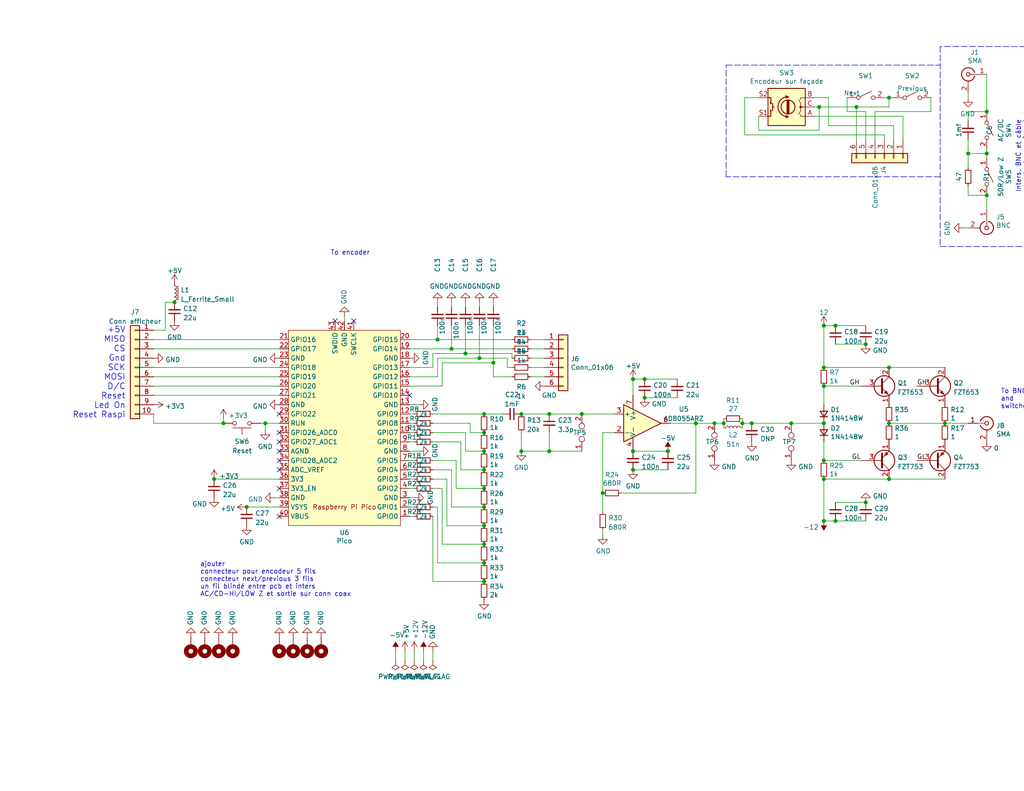
<source format=kicad_sch>
(kicad_sch (version 20211123) (generator eeschema)
  (paper "USLetter")
  (junction (at -34.29 39.37))
  (junction (at -57.15 130.81))
  (junction (at 67.31 138.43))
  (junction (at 132.08 143.51))
  (junction (at 269.24 30.48))
  (junction (at -26.67 36.83))
  (junction (at -78.74 44.45))
  (junction (at 189.865 115.57))
  (junction (at 47.625 82.55))
  (junction (at -17.78 49.53))
  (junction (at -54.61 246.38))
  (junction (at -11.43 102.87))
  (junction (at -45.72 100.33))
  (junction (at 224.79 125.73))
  (junction (at 175.895 108.585))
  (junction (at 224.79 100.33))
  (junction (at -8.89 179.07))
  (junction (at -20.32 153.67))
  (junction (at 224.79 88.9))
  (junction (at -46.99 151.13))
  (junction (at -17.78 179.07))
  (junction (at 119.38 92.71))
  (junction (at -35.56 100.33))
  (junction (at 242.57 26.67))
  (junction (at -19.05 102.87))
  (junction (at -36.83 151.13))
  (junction (at -58.42 156.21))
  (junction (at 224.79 105.41))
  (junction (at -86.36 25.4))
  (junction (at -12.7 153.67))
  (junction (at 123.19 95.25))
  (junction (at 233.68 29.21))
  (junction (at 132.08 113.03))
  (junction (at -29.21 140.97))
  (junction (at 164.465 134.62))
  (junction (at -57.15 100.33))
  (junction (at 172.72 123.19))
  (junction (at -101.6 34.29))
  (junction (at -36.83 130.81))
  (junction (at 132.08 138.43))
  (junction (at 242.57 130.81))
  (junction (at 132.08 153.67))
  (junction (at 58.42 130.81))
  (junction (at 202.565 115.57))
  (junction (at -34.29 46.99))
  (junction (at -44.45 46.99))
  (junction (at -57.15 121.92))
  (junction (at -10.16 49.53))
  (junction (at 224.79 130.81))
  (junction (at 132.08 158.75))
  (junction (at 132.08 123.19))
  (junction (at 242.57 100.33))
  (junction (at 236.22 93.98))
  (junction (at 197.485 115.57))
  (junction (at 72.39 115.57))
  (junction (at 158.75 113.03))
  (junction (at 215.9 115.57))
  (junction (at -57.15 105.41))
  (junction (at -34.29 29.21))
  (junction (at 257.81 115.57))
  (junction (at 269.24 41.91))
  (junction (at 269.24 53.34))
  (junction (at 223.52 29.21))
  (junction (at 224.79 115.57))
  (junction (at 224.79 142.24))
  (junction (at 194.945 115.57))
  (junction (at 236.22 137.16))
  (junction (at 227.965 88.9))
  (junction (at 242.57 115.57))
  (junction (at -26.67 74.93))
  (junction (at 172.72 103.505))
  (junction (at 130.81 97.79))
  (junction (at 149.86 113.03))
  (junction (at 227.965 142.24))
  (junction (at -44.45 246.38))
  (junction (at 127 96.52))
  (junction (at -34.29 26.67))
  (junction (at -36.83 143.51))
  (junction (at -55.88 71.12))
  (junction (at 60.96 115.57))
  (junction (at -101.6 25.4))
  (junction (at 175.895 103.505))
  (junction (at -35.56 74.93))
  (junction (at -55.88 46.99))
  (junction (at -49.53 246.38))
  (junction (at 205.105 115.57))
  (junction (at 132.08 133.35))
  (junction (at 182.245 123.19))
  (junction (at -78.74 36.83))
  (junction (at -35.56 92.71))
  (junction (at 172.72 128.27))
  (junction (at 149.86 123.19))
  (junction (at -34.29 194.31))
  (junction (at 134.62 99.06))
  (junction (at 132.08 128.27))
  (junction (at 132.08 118.11))
  (junction (at -36.83 133.35))
  (junction (at 264.16 41.91))
  (junction (at 132.08 148.59))
  (junction (at -55.88 52.07))
  (junction (at 142.24 113.03))
  (junction (at -58.42 151.13))
  (junction (at 142.24 123.19))
  (no_connect (at 96.52 87.63))
  (no_connect (at 76.2 133.35))
  (no_connect (at 91.44 87.63))
  (no_connect (at 76.2 120.65))
  (no_connect (at 76.2 123.19))
  (no_connect (at -59.69 217.17))
  (no_connect (at 76.2 113.03))
  (no_connect (at 76.2 118.11))
  (no_connect (at 76.2 128.27))
  (no_connect (at 76.2 140.97))
  (no_connect (at -36.83 209.55))
  (no_connect (at 76.2 125.73))
  (no_connect (at -36.83 207.01))
  (no_connect (at 111.76 107.95))
  (wire (pts (xy 76.2 95.25) (xy 41.91 95.25)))
  (wire (pts (xy -35.56 90.17) (xy -19.05 90.17)))
  (wire (pts (xy 269.24 41.91) (xy 269.24 43.18)))
  (wire (pts (xy 111.76 118.11) (xy 113.03 118.11)))
  (wire (pts (xy 224.79 142.24) (xy 227.965 142.24)))
  (wire (pts (xy 241.3 36.83) (xy 241.3 38.1)))
  (wire (pts (xy 164.465 118.11) (xy 164.465 134.62)))
  (wire (pts (xy 142.24 123.19) (xy 142.24 118.11)))
  (wire (pts (xy 60.96 114.3) (xy 60.96 115.57)))
  (polyline (pts (xy 284.48 67.31) (xy 284.48 12.7)))
  (wire (pts (xy 111.76 115.57) (xy 113.03 115.57)))
  (wire (pts (xy 138.43 100.33) (xy 139.7 100.33)))
  (wire (pts (xy 74.93 135.89) (xy 76.2 135.89)))
  (wire (pts (xy 134.62 82.55) (xy 134.62 83.82)))
  (wire (pts (xy -57.15 105.41) (xy -45.72 105.41)))
  (wire (pts (xy 227.965 88.9) (xy 236.22 88.9)))
  (wire (pts (xy 242.57 100.33) (xy 257.81 100.33)))
  (wire (pts (xy 175.895 108.585) (xy 184.785 108.585)))
  (wire (pts (xy 264.16 38.1) (xy 264.16 41.91)))
  (polyline (pts (xy 256.54 48.26) (xy 198.12 48.26)))
  (wire (pts (xy -104.14 25.4) (xy -101.6 25.4)))
  (wire (pts (xy 149.86 113.03) (xy 158.75 113.03)))
  (wire (pts (xy 72.39 115.57) (xy 76.2 115.57)))
  (wire (pts (xy 224.79 88.9) (xy 224.79 100.33)))
  (wire (pts (xy 113.03 135.89) (xy 111.76 135.89)))
  (wire (pts (xy -36.83 130.81) (xy -36.83 133.35)))
  (wire (pts (xy 202.565 115.57) (xy 202.565 116.84)))
  (wire (pts (xy 223.52 35.56) (xy 223.52 29.21)))
  (wire (pts (xy -36.83 143.51) (xy -29.21 143.51)))
  (wire (pts (xy -36.83 179.07) (xy -25.4 179.07)))
  (wire (pts (xy 189.865 115.57) (xy 194.945 115.57)))
  (wire (pts (xy 118.11 130.81) (xy 121.92 130.81)))
  (wire (pts (xy -49.53 246.38) (xy -44.45 246.38)))
  (wire (pts (xy 128.27 115.57) (xy 128.27 118.11)))
  (wire (pts (xy 254 26.67) (xy 254 30.48)))
  (wire (pts (xy -58.42 71.12) (xy -55.88 71.12)))
  (wire (pts (xy 113.03 133.35) (xy 111.76 133.35)))
  (wire (pts (xy 241.3 26.67) (xy 242.57 26.67)))
  (wire (pts (xy 76.2 130.81) (xy 58.42 130.81)))
  (wire (pts (xy 118.11 138.43) (xy 119.38 138.43)))
  (wire (pts (xy -36.83 133.35) (xy -36.83 135.89)))
  (wire (pts (xy -55.88 46.99) (xy -44.45 46.99)))
  (wire (pts (xy 115.57 177.8) (xy 115.57 180.34)))
  (wire (pts (xy 111.76 100.33) (xy 118.11 100.33)))
  (wire (pts (xy -41.91 71.12) (xy -35.56 71.12)))
  (wire (pts (xy -20.32 158.75) (xy -20.32 153.67)))
  (polyline (pts (xy 256.54 67.31) (xy 284.48 67.31)))
  (wire (pts (xy 142.24 113.03) (xy 149.86 113.03)))
  (wire (pts (xy 124.46 125.73) (xy 124.46 133.35)))
  (wire (pts (xy -83.82 36.83) (xy -78.74 36.83)))
  (wire (pts (xy 125.73 120.65) (xy 125.73 128.27)))
  (wire (pts (xy -35.56 107.95) (xy -19.05 107.95)))
  (wire (pts (xy 172.72 123.19) (xy 182.245 123.19)))
  (wire (pts (xy -17.78 54.61) (xy -17.78 49.53)))
  (wire (pts (xy 119.38 92.71) (xy 139.7 92.71)))
  (wire (pts (xy 224.79 120.65) (xy 224.79 125.73)))
  (wire (pts (xy -36.83 186.69) (xy -34.29 186.69)))
  (wire (pts (xy 144.78 102.87) (xy 148.59 102.87)))
  (wire (pts (xy 111.76 123.19) (xy 114.3 123.19)))
  (wire (pts (xy 123.19 82.55) (xy 123.19 83.82)))
  (wire (pts (xy 119.38 153.67) (xy 132.08 153.67)))
  (wire (pts (xy -34.29 29.21) (xy -34.29 31.75)))
  (wire (pts (xy 76.2 100.33) (xy 41.91 100.33)))
  (wire (pts (xy -57.15 100.33) (xy -45.72 100.33)))
  (wire (pts (xy 242.57 26.67) (xy 243.84 26.67)))
  (wire (pts (xy 118.11 125.73) (xy 124.46 125.73)))
  (wire (pts (xy -19.05 85.09) (xy -19.05 74.93)))
  (wire (pts (xy 127 118.11) (xy 127 123.19)))
  (wire (pts (xy 226.06 34.29) (xy 243.84 34.29)))
  (wire (pts (xy 246.38 31.75) (xy 246.38 38.1)))
  (wire (pts (xy -26.67 36.83) (xy -17.78 36.83)))
  (wire (pts (xy 238.76 30.48) (xy 238.76 38.1)))
  (wire (pts (xy 118.11 118.11) (xy 127 118.11)))
  (wire (pts (xy -29.21 140.97) (xy -20.32 140.97)))
  (wire (pts (xy 144.78 100.33) (xy 148.59 100.33)))
  (wire (pts (xy 72.39 117.475) (xy 72.39 115.57)))
  (wire (pts (xy -58.42 140.97) (xy -57.15 140.97)))
  (wire (pts (xy -83.82 39.37) (xy -83.82 36.83)))
  (wire (pts (xy 120.65 133.35) (xy 120.65 148.59)))
  (wire (pts (xy 242.57 130.81) (xy 257.81 130.81)))
  (wire (pts (xy -46.99 148.59) (xy -46.99 151.13)))
  (wire (pts (xy -12.7 153.67) (xy -11.43 153.67)))
  (wire (pts (xy -35.56 85.09) (xy -19.05 85.09)))
  (wire (pts (xy 224.79 125.73) (xy 234.95 125.73)))
  (wire (pts (xy 149.86 123.19) (xy 149.86 118.11)))
  (wire (pts (xy -34.29 26.67) (xy -34.29 29.21)))
  (wire (pts (xy 197.485 115.57) (xy 197.485 114.3)))
  (wire (pts (xy 158.75 113.03) (xy 167.64 113.03)))
  (wire (pts (xy 118.11 158.75) (xy 132.08 158.75)))
  (wire (pts (xy 41.91 115.57) (xy 60.96 115.57)))
  (wire (pts (xy 264.16 30.48) (xy 264.16 33.02)))
  (wire (pts (xy 269.24 30.48) (xy 264.16 30.48)))
  (wire (pts (xy 111.76 92.71) (xy 119.38 92.71)))
  (wire (pts (xy -57.15 90.17) (xy -55.88 90.17)))
  (wire (pts (xy -35.56 71.12) (xy -35.56 74.93)))
  (wire (pts (xy 118.11 120.65) (xy 125.73 120.65)))
  (wire (pts (xy 121.92 130.81) (xy 121.92 143.51)))
  (wire (pts (xy -44.45 246.38) (xy -39.37 246.38)))
  (wire (pts (xy -45.72 97.79) (xy -45.72 100.33)))
  (wire (pts (xy 114.3 110.49) (xy 111.76 110.49)))
  (wire (pts (xy 269.24 53.34) (xy 264.16 53.34)))
  (wire (pts (xy -26.67 194.31) (xy -26.67 191.77)))
  (wire (pts (xy 269.24 57.15) (xy 269.24 53.34)))
  (wire (pts (xy 76.2 107.95) (xy 41.91 107.95)))
  (wire (pts (xy 110.49 177.8) (xy 110.49 180.34)))
  (wire (pts (xy 264.16 41.91) (xy 264.16 45.72)))
  (wire (pts (xy -86.36 34.29) (xy -86.36 25.4)))
  (wire (pts (xy 224.79 88.9) (xy 227.965 88.9)))
  (wire (pts (xy -55.88 52.07) (xy -44.45 52.07)))
  (wire (pts (xy 203.2 26.67) (xy 203.2 36.83)))
  (wire (pts (xy 158.75 123.19) (xy 149.86 123.19)))
  (wire (pts (xy 242.57 29.21) (xy 233.68 29.21)))
  (wire (pts (xy 242.57 26.67) (xy 242.57 29.21)))
  (wire (pts (xy 172.72 128.27) (xy 182.245 128.27)))
  (wire (pts (xy -27.94 82.55) (xy -26.67 82.55)))
  (wire (pts (xy 254 30.48) (xy 238.76 30.48)))
  (wire (pts (xy 67.31 138.43) (xy 76.2 138.43)))
  (wire (pts (xy -19.05 102.87) (xy -19.05 97.79)))
  (wire (pts (xy -93.98 44.45) (xy -78.74 44.45)))
  (wire (pts (xy -26.67 82.55) (xy -26.67 74.93)))
  (wire (pts (xy 113.03 140.97) (xy 111.76 140.97)))
  (wire (pts (xy -78.74 29.21) (xy -78.74 25.4)))
  (wire (pts (xy 118.11 133.35) (xy 120.65 133.35)))
  (wire (pts (xy 224.79 100.33) (xy 242.57 100.33)))
  (wire (pts (xy 226.06 26.67) (xy 226.06 34.29)))
  (wire (pts (xy -36.83 184.15) (xy -26.67 184.15)))
  (wire (pts (xy 120.65 148.59) (xy 132.08 148.59)))
  (wire (pts (xy 197.485 115.57) (xy 197.485 116.84)))
  (wire (pts (xy 224.79 110.49) (xy 224.79 105.41)))
  (wire (pts (xy 139.7 96.52) (xy 139.7 97.79)))
  (wire (pts (xy 222.25 31.75) (xy 246.38 31.75)))
  (wire (pts (xy 222.25 26.67) (xy 226.06 26.67)))
  (wire (pts (xy -44.45 44.45) (xy -44.45 46.99)))
  (wire (pts (xy -36.83 140.97) (xy -29.21 140.97)))
  (wire (pts (xy -46.99 151.13) (xy -36.83 151.13)))
  (wire (pts (xy 169.545 134.62) (xy 189.865 134.62)))
  (wire (pts (xy -35.56 100.33) (xy -35.56 107.95)))
  (wire (pts (xy -58.42 156.21) (xy -46.99 156.21)))
  (wire (pts (xy -55.88 80.01) (xy -55.88 71.12)))
  (wire (pts (xy -57.15 97.79) (xy -57.15 100.33)))
  (wire (pts (xy -8.89 179.07) (xy -7.62 179.07)))
  (wire (pts (xy -36.83 151.13) (xy -36.83 158.75)))
  (wire (pts (xy 224.79 130.81) (xy 224.79 142.24)))
  (wire (pts (xy 264.16 62.23) (xy 262.89 62.23)))
  (wire (pts (xy 128.27 118.11) (xy 132.08 118.11)))
  (wire (pts (xy 269.24 40.64) (xy 269.24 41.91)))
  (wire (pts (xy 144.78 92.71) (xy 148.59 92.71)))
  (wire (pts (xy 130.81 88.9) (xy 130.81 97.79)))
  (wire (pts (xy -35.56 74.93) (xy -26.67 74.93)))
  (polyline (pts (xy 284.48 12.7) (xy 256.54 12.7)))
  (wire (pts (xy 202.565 115.57) (xy 205.105 115.57)))
  (wire (pts (xy 41.91 90.17) (xy 45.085 90.17)))
  (wire (pts (xy 175.895 103.505) (xy 184.785 103.505)))
  (wire (pts (xy -11.43 102.87) (xy -10.16 102.87)))
  (wire (pts (xy 123.19 138.43) (xy 132.08 138.43)))
  (wire (pts (xy -101.6 25.4) (xy -97.79 25.4)))
  (wire (pts (xy 203.2 36.83) (xy 241.3 36.83)))
  (wire (pts (xy 134.62 88.9) (xy 134.62 99.06)))
  (wire (pts (xy 127 88.9) (xy 127 96.52)))
  (wire (pts (xy 269.24 30.48) (xy 269.24 20.32)))
  (wire (pts (xy -34.29 54.61) (xy -17.78 54.61)))
  (wire (pts (xy 130.81 82.55) (xy 130.81 83.82)))
  (wire (pts (xy 227.965 93.98) (xy 236.22 93.98)))
  (wire (pts (xy 164.465 144.78) (xy 164.465 146.05)))
  (wire (pts (xy 207.01 35.56) (xy 223.52 35.56)))
  (wire (pts (xy -58.42 148.59) (xy -58.42 151.13)))
  (wire (pts (xy -34.29 36.83) (xy -26.67 36.83)))
  (wire (pts (xy 107.95 177.8) (xy 107.95 180.34)))
  (wire (pts (xy -55.88 36.83) (xy -54.61 36.83)))
  (wire (pts (xy 231.14 30.48) (xy 231.14 26.67)))
  (wire (pts (xy 223.52 29.21) (xy 222.25 29.21)))
  (wire (pts (xy -17.78 49.53) (xy -17.78 44.45)))
  (wire (pts (xy 236.22 30.48) (xy 236.22 38.1)))
  (wire (pts (xy 127 123.19) (xy 132.08 123.19)))
  (wire (pts (xy 93.98 87.63) (xy 93.98 86.36)))
  (wire (pts (xy 121.92 143.51) (xy 132.08 143.51)))
  (wire (pts (xy -19.05 107.95) (xy -19.05 102.87)))
  (wire (pts (xy 207.01 31.75) (xy 207.01 35.56)))
  (wire (pts (xy -54.61 17.78) (xy -48.26 17.78)))
  (wire (pts (xy 189.865 134.62) (xy 189.865 115.57)))
  (wire (pts (xy 45.085 90.17) (xy 45.085 82.55)))
  (wire (pts (xy -86.36 39.37) (xy -83.82 39.37)))
  (wire (pts (xy 45.085 82.55) (xy 47.625 82.55)))
  (wire (pts (xy 113.03 130.81) (xy 111.76 130.81)))
  (wire (pts (xy 111.76 95.25) (xy 123.19 95.25)))
  (wire (pts (xy 194.945 115.57) (xy 197.485 115.57)))
  (wire (pts (xy 144.78 95.25) (xy 148.59 95.25)))
  (wire (pts (xy 119.38 97.79) (xy 119.38 102.87)))
  (wire (pts (xy -54.61 246.38) (xy -49.53 246.38)))
  (wire (pts (xy -44.45 46.99) (xy -34.29 46.99)))
  (wire (pts (xy 119.38 88.9) (xy 119.38 92.71)))
  (wire (pts (xy -58.42 151.13) (xy -46.99 151.13)))
  (wire (pts (xy 41.91 115.57) (xy 41.91 113.03)))
  (wire (pts (xy -36.83 196.85) (xy -36.83 199.39)))
  (wire (pts (xy -34.29 46.99) (xy -34.29 54.61)))
  (wire (pts (xy 144.78 97.79) (xy 148.59 97.79)))
  (wire (pts (xy 111.76 102.87) (xy 119.38 102.87)))
  (wire (pts (xy 123.19 95.25) (xy 139.7 95.25)))
  (wire (pts (xy 120.65 99.06) (xy 120.65 105.41)))
  (wire (pts (xy 118.11 96.52) (xy 118.11 100.33)))
  (wire (pts (xy 182.88 115.57) (xy 189.865 115.57)))
  (wire (pts (xy -63.5 130.81) (xy -57.15 130.81)))
  (wire (pts (xy 257.81 115.57) (xy 264.16 115.57)))
  (wire (pts (xy -34.29 194.31) (xy -26.67 194.31)))
  (wire (pts (xy 118.11 140.97) (xy 118.11 158.75)))
  (wire (pts (xy 123.19 88.9) (xy 123.19 95.25)))
  (wire (pts (xy 111.76 105.41) (xy 120.65 105.41)))
  (wire (pts (xy 76.2 102.87) (xy 41.91 102.87)))
  (wire (pts (xy 134.62 102.87) (xy 139.7 102.87)))
  (wire (pts (xy 125.73 128.27) (xy 132.08 128.27)))
  (wire (pts (xy 113.03 125.73) (xy 111.76 125.73)))
  (wire (pts (xy -17.78 179.07) (xy -16.51 179.07)))
  (wire (pts (xy 243.84 34.29) (xy 243.84 38.1)))
  (wire (pts (xy 113.03 128.27) (xy 111.76 128.27)))
  (wire (pts (xy -36.83 158.75) (xy -20.32 158.75)))
  (wire (pts (xy 113.03 177.8) (xy 113.03 180.34)))
  (wire (pts (xy 119.38 138.43) (xy 119.38 153.67)))
  (wire (pts (xy -35.56 92.71) (xy -27.94 92.71)))
  (wire (pts (xy 264.16 25.4) (xy 264.16 26.67)))
  (wire (pts (xy 269.24 41.91) (xy 264.16 41.91)))
  (wire (pts (xy 138.43 97.79) (xy 138.43 100.33)))
  (wire (pts (xy 215.9 115.57) (xy 224.79 115.57)))
  (wire (pts (xy 127 96.52) (xy 139.7 96.52)))
  (wire (pts (xy 227.965 137.16) (xy 236.22 137.16)))
  (wire (pts (xy 233.68 29.21) (xy 233.68 38.1)))
  (polyline (pts (xy 198.12 17.78) (xy 256.54 17.78)))
  (wire (pts (xy 130.81 97.79) (xy 138.43 97.79)))
  (wire (pts (xy 127 82.55) (xy 127 83.82)))
  (wire (pts (xy 118.11 128.27) (xy 123.19 128.27)))
  (polyline (pts (xy 198.12 48.26) (xy 198.12 17.78)))
  (wire (pts (xy 119.38 82.55) (xy 119.38 83.82)))
  (wire (pts (xy 227.965 142.24) (xy 236.22 142.24)))
  (wire (pts (xy 205.105 115.57) (xy 215.9 115.57)))
  (wire (pts (xy -20.32 153.67) (xy -20.32 148.59)))
  (wire (pts (xy 111.76 120.65) (xy 113.03 120.65)))
  (wire (pts (xy 127 96.52) (xy 118.11 96.52)))
  (wire (pts (xy -57.15 121.92) (xy -50.8 121.92)))
  (wire (pts (xy 119.38 97.79) (xy 130.81 97.79)))
  (wire (pts (xy 172.72 103.505) (xy 175.895 103.505)))
  (wire (pts (xy -57.15 130.81) (xy -57.15 121.92)))
  (wire (pts (xy 224.79 130.81) (xy 242.57 130.81)))
  (polyline (pts (xy 256.54 12.7) (xy 256.54 67.31)))
  (wire (pts (xy 132.08 113.03) (xy 137.16 113.03)))
  (wire (pts (xy -101.6 34.29) (xy -101.6 25.4)))
  (wire (pts (xy 111.76 113.03) (xy 113.03 113.03)))
  (wire (pts (xy 202.565 114.3) (xy 202.565 115.57)))
  (wire (pts (xy -55.88 71.12) (xy -49.53 71.12)))
  (wire (pts (xy 164.465 134.62) (xy 164.465 139.7)))
  (wire (pts (xy 118.11 113.03) (xy 132.08 113.03)))
  (wire (pts (xy 71.12 115.57) (xy 72.39 115.57)))
  (wire (pts (xy 203.2 26.67) (xy 207.01 26.67)))
  (wire (pts (xy -34.29 39.37) (xy -26.67 39.37)))
  (wire (pts (xy 224.79 105.41) (xy 234.95 105.41)))
  (wire (pts (xy 223.52 29.21) (xy 233.68 29.21)))
  (wire (pts (xy 118.11 177.8) (xy 118.11 180.34)))
  (wire (pts (xy 236.22 30.48) (xy 231.14 30.48)))
  (wire (pts (xy -10.16 49.53) (xy -8.89 49.53)))
  (wire (pts (xy -36.83 121.92) (xy -36.83 130.81)))
  (wire (pts (xy -55.88 44.45) (xy -55.88 46.99)))
  (wire (pts (xy -101.6 34.29) (xy -101.6 39.37)))
  (wire (pts (xy 164.465 118.11) (xy 167.64 118.11)))
  (wire (pts (xy -86.36 25.4) (xy -90.17 25.4)))
  (wire (pts (xy 113.03 138.43) (xy 111.76 138.43)))
  (wire (pts (xy -40.64 17.78) (xy -34.29 17.78)))
  (wire (pts (xy 118.11 115.57) (xy 128.27 115.57)))
  (wire (pts (xy 124.46 133.35) (xy 132.08 133.35)))
  (wire (pts (xy 76.2 105.41) (xy 41.91 105.41)))
  (wire (pts (xy 264.16 53.34) (xy 264.16 50.8)))
  (wire (pts (xy -45.72 100.33) (xy -35.56 100.33)))
  (wire (pts (xy 123.19 128.27) (xy 123.19 138.43)))
  (wire (pts (xy 134.62 99.06) (xy 134.62 102.87)))
  (wire (pts (xy -34.29 17.78) (xy -34.29 26.67)))
  (wire (pts (xy 120.65 99.06) (xy 134.62 99.06)))
  (wire (pts (xy 76.2 92.71) (xy 41.91 92.71)))
  (wire (pts (xy 242.57 115.57) (xy 257.81 115.57)))
  (wire (pts (xy -36.83 191.77) (xy -36.83 194.31)))
  (wire (pts (xy -43.18 121.92) (xy -36.83 121.92)))
  (wire (pts (xy 172.72 107.95) (xy 172.72 103.505)))
  (wire (pts (xy 142.24 123.19) (xy 149.86 123.19)))
  (wire (pts (xy -35.56 80.01) (xy -35.56 74.93)))
  (text "+5V\nMISO\nCS\nGnd\nSCK\nMOSI\nD/C\nReset\nLed On\nReset Raspi" (at 34.29 114.3 180) (effects (font (size 1.6002 1.6002)) (justify right bottom)))
  (text "ajouter \nconnecteur pour encodeur 5 fils\nconnecteur next/previous 3 fils\nun fil blindé entre pcb et inters\nAC/CD-HI/LOW Z et sortie sur conn coax\n\n" (at 54.61 165.1 0) (effects (font (size 1.27 1.27)) (justify left bottom)))
  (text "To BNC\nand \nswitches" (at 273.05 111.76 0) (effects (font (size 1.27 1.27)) (justify left bottom)))
  (text "Inters, BNC et câble \nvolants sur façade\n" (at 280.67 31.75 270) (effects (font (size 1.27 1.27)) (justify right bottom)))
  (text "To encoder\n" (at 90.17 69.85 0) (effects (font (size 1.27 1.27)) (justify left bottom)))
  (label "GH" (at 231.775 105.41 0))
  (label "GL" (at 250.19 125.73 0))
  (label "GL" (at 232.41 125.73 0))
  (label "-5_UNFIL" (at -46.99 151.13 180))
  (label "-12_UNFIL" (at -44.45 46.99 180))
  (label "GH" (at 250.19 105.41 0))
  (label "+12_UNFIL" (at -45.72 100.33 180))
  (label "+5_UNFIL" (at -25.4 179.07 180))
  (symbol (lib_id "Pi_Pico:Pico") (at 93.98 116.84 180) (unit 1)
    (property "Reference" "U6" (at 93.98 145.3642 0))
    (property "Value" "Pico" (at 93.98 147.6756 0))
    (property "Footprint" "Pi_Pico:RPi_Pico_SMD_TH" (effects hide))
  )
  (symbol (lib_id "Connector_Generic:Conn_01x10") (at 36.83 100.33 0) (mirror y) (unit 1)
    (property "Reference" "J7" (at 36.83 85.2002 0))
    (property "Value" "Conn afficheur" (at 36.83 87.7371 0))
    (property "Footprint" "Connector_Molex:Molex_KK-254_AE-6410-10A_1x10_P2.54mm_Vertical" (effects hide))
  )
  (symbol (lib_id "power:PWR_FLAG") (at 118.11 180.34 180) (unit 1)
    (property "Reference" "#FLG05" (effects hide))
    (property "Value" "PWR_FLAG" (at 118.11 184.7342 0))
  )
  (symbol (lib_id "power:+5V") (at 67.31 138.43 90) (unit 1)
    (property "Reference" "#PWR054" (effects hide))
    (property "Value" "+5V" (at 64.1351 138.8638 90) (effects (justify left)))
  )
  (symbol (lib_id "power:GND") (at 113.03 135.89 90) (unit 1)
    (property "Reference" "#PWR053" (effects hide))
    (property "Value" "GND" (at 117.4242 135.763 0))
  )
  (symbol (lib_id "power:GND") (at 114.3 123.19 90) (unit 1)
    (property "Reference" "#PWR046" (effects hide))
    (property "Value" "GND" (at 118.6942 123.063 0))
  )
  (symbol (lib_id "power:GND") (at 114.3 110.49 90) (unit 1)
    (property "Reference" "#PWR041" (effects hide))
    (property "Value" "GND" (at 118.6942 110.363 0))
  )
  (symbol (lib_id "power:GND") (at 74.93 135.89 270) (unit 1)
    (property "Reference" "#PWR052" (effects hide))
    (property "Value" "GND" (at 71.7551 136.3238 90) (effects (justify right)))
  )
  (symbol (lib_id "power:GND") (at 132.08 163.83 0) (unit 1)
    (property "Reference" "#PWR059" (effects hide))
    (property "Value" "GND" (at 132.207 168.2242 0))
  )
  (symbol (lib_id "Device:R_Small") (at 115.57 113.03 90) (unit 1)
    (property "Reference" "R8" (at 113.03 111.76 90))
    (property "Value" "2k" (at 115.57 113.03 90))
    (property "Footprint" "Resistor_SMD:R_0603_1608Metric_Pad0.98x0.95mm_HandSolder" (effects hide))
  )
  (symbol (lib_id "Device:R_Small") (at 115.57 115.57 90) (unit 1)
    (property "Reference" "R9" (at 113.03 114.3 90))
    (property "Value" "2k" (at 115.57 115.57 90))
    (property "Footprint" "Resistor_SMD:R_0603_1608Metric_Pad0.98x0.95mm_HandSolder" (effects hide))
  )
  (symbol (lib_id "Device:R_Small") (at 115.57 118.11 90) (unit 1)
    (property "Reference" "R14" (at 113.03 116.84 90))
    (property "Value" "2k" (at 115.57 118.11 90))
    (property "Footprint" "Resistor_SMD:R_0603_1608Metric_Pad0.98x0.95mm_HandSolder" (effects hide))
  )
  (symbol (lib_id "Device:R_Small") (at 115.57 120.65 90) (unit 1)
    (property "Reference" "R15" (at 113.03 119.38 90))
    (property "Value" "2k" (at 115.57 120.65 90))
    (property "Footprint" "Resistor_SMD:R_0603_1608Metric_Pad0.98x0.95mm_HandSolder" (effects hide))
  )
  (symbol (lib_id "Device:R_Small") (at 115.57 125.73 90) (unit 1)
    (property "Reference" "R18" (at 113.03 124.46 90))
    (property "Value" "2k" (at 115.57 125.73 90))
    (property "Footprint" "Resistor_SMD:R_0603_1608Metric_Pad0.98x0.95mm_HandSolder" (effects hide))
  )
  (symbol (lib_id "Device:R_Small") (at 115.57 128.27 90) (unit 1)
    (property "Reference" "R20" (at 113.03 127 90))
    (property "Value" "2k" (at 115.57 128.27 90))
    (property "Footprint" "Resistor_SMD:R_0603_1608Metric_Pad0.98x0.95mm_HandSolder" (effects hide))
  )
  (symbol (lib_id "Device:R_Small") (at 115.57 130.81 90) (unit 1)
    (property "Reference" "R21" (at 113.03 129.54 90))
    (property "Value" "2k" (at 115.57 130.81 90))
    (property "Footprint" "Resistor_SMD:R_0603_1608Metric_Pad0.98x0.95mm_HandSolder" (effects hide))
  )
  (symbol (lib_id "Device:R_Small") (at 115.57 133.35 90) (unit 1)
    (property "Reference" "R23" (at 113.03 132.08 90))
    (property "Value" "2k" (at 115.57 133.35 90))
    (property "Footprint" "Resistor_SMD:R_0603_1608Metric_Pad0.98x0.95mm_HandSolder" (effects hide))
  )
  (symbol (lib_id "Connector:Conn_Coaxial") (at 269.24 62.23 270) (unit 1)
    (property "Reference" "J5" (at 271.78 59.2328 90) (effects (justify left)))
    (property "Value" "BNC" (at 271.78 61.5442 90) (effects (justify left)))
    (property "Datasheet" " ~" (effects hide))
  )
  (symbol (lib_id "Device:R_Small") (at 115.57 138.43 90) (unit 1)
    (property "Reference" "R27" (at 113.03 137.16 90))
    (property "Value" "2k" (at 115.57 138.43 90))
    (property "Footprint" "Resistor_SMD:R_0603_1608Metric_Pad0.98x0.95mm_HandSolder" (effects hide))
  )
  (symbol (lib_id "Device:R_Small") (at 115.57 140.97 90) (unit 1)
    (property "Reference" "R28" (at 113.03 139.7 90))
    (property "Value" "2k" (at 115.57 140.97 90))
    (property "Footprint" "Resistor_SMD:R_0603_1608Metric_Pad0.98x0.95mm_HandSolder" (effects hide))
  )
  (symbol (lib_id "power:GND") (at 67.31 143.51 0) (unit 1)
    (property "Reference" "#PWR056" (effects hide))
    (property "Value" "GND" (at 67.31 147.9534 0))
  )
  (symbol (lib_id "Switch:SW_Push") (at 66.04 115.57 180) (unit 1)
    (property "Reference" "SW6" (at 66.04 120.5214 0))
    (property "Value" "Reset" (at 66.04 123.0583 0))
  )
  (symbol (lib_id "power:GND") (at 58.42 135.89 0) (unit 1)
    (property "Reference" "#PWR051" (effects hide))
    (property "Value" "GND" (at 56.5151 137.5938 0) (effects (justify right)))
  )
  (symbol (lib_id "power:+5V") (at 47.625 77.47 0) (unit 1)
    (property "Reference" "#PWR023" (effects hide))
    (property "Value" "+5V" (at 47.625 73.8942 0))
  )
  (symbol (lib_id "power:GND") (at 47.625 87.63 0) (unit 1)
    (property "Reference" "#PWR030" (effects hide))
    (property "Value" "GND" (at 47.625 92.0734 0))
  )
  (symbol (lib_id "Device:R_Small") (at 132.08 115.57 0) (unit 1)
    (property "Reference" "R10" (at 133.5786 114.4016 0) (effects (justify left)))
    (property "Value" "1k" (at 133.5786 116.713 0) (effects (justify left)))
    (property "Footprint" "Resistor_SMD:R_0603_1608Metric_Pad0.98x0.95mm_HandSolder" (effects hide))
  )
  (symbol (lib_id "Device:R_Small") (at 132.08 120.65 0) (unit 1)
    (property "Reference" "R16" (at 133.5786 119.4816 0) (effects (justify left)))
    (property "Value" "1k" (at 133.5786 121.793 0) (effects (justify left)))
    (property "Footprint" "Resistor_SMD:R_0603_1608Metric_Pad0.98x0.95mm_HandSolder" (effects hide))
  )
  (symbol (lib_id "Device:R_Small") (at 132.08 125.73 0) (unit 1)
    (property "Reference" "R19" (at 133.5786 124.5616 0) (effects (justify left)))
    (property "Value" "1k" (at 133.5786 126.873 0) (effects (justify left)))
    (property "Footprint" "Resistor_SMD:R_0603_1608Metric_Pad0.98x0.95mm_HandSolder" (effects hide))
  )
  (symbol (lib_id "Device:R_Small") (at 132.08 130.81 0) (unit 1)
    (property "Reference" "R22" (at 133.5786 129.6416 0) (effects (justify left)))
    (property "Value" "1k" (at 133.5786 131.953 0) (effects (justify left)))
    (property "Footprint" "Resistor_SMD:R_0603_1608Metric_Pad0.98x0.95mm_HandSolder" (effects hide))
  )
  (symbol (lib_id "Device:R_Small") (at 132.08 135.89 0) (unit 1)
    (property "Reference" "R26" (at 133.5786 134.7216 0) (effects (justify left)))
    (property "Value" "1k" (at 133.5786 137.033 0) (effects (justify left)))
    (property "Footprint" "Resistor_SMD:R_0603_1608Metric_Pad0.98x0.95mm_HandSolder" (effects hide))
  )
  (symbol (lib_id "Device:R_Small") (at 132.08 140.97 0) (unit 1)
    (property "Reference" "R29" (at 133.5786 139.8016 0) (effects (justify left)))
    (property "Value" "1k" (at 133.5786 142.113 0) (effects (justify left)))
    (property "Footprint" "Resistor_SMD:R_0603_1608Metric_Pad0.98x0.95mm_HandSolder" (effects hide))
  )
  (symbol (lib_id "Device:R_Small") (at 132.08 146.05 0) (unit 1)
    (property "Reference" "R31" (at 133.5786 144.8816 0) (effects (justify left)))
    (property "Value" "1k" (at 133.5786 147.193 0) (effects (justify left)))
    (property "Footprint" "Resistor_SMD:R_0603_1608Metric_Pad0.98x0.95mm_HandSolder" (effects hide))
  )
  (symbol (lib_id "Device:R_Small") (at 132.08 151.13 0) (unit 1)
    (property "Reference" "R32" (at 133.5786 149.9616 0) (effects (justify left)))
    (property "Value" "1k" (at 133.5786 152.273 0) (effects (justify left)))
    (property "Footprint" "Resistor_SMD:R_0603_1608Metric_Pad0.98x0.95mm_HandSolder" (effects hide))
  )
  (symbol (lib_id "Device:R_Small") (at 132.08 156.21 0) (unit 1)
    (property "Reference" "R33" (at 133.5786 155.0416 0) (effects (justify left)))
    (property "Value" "1k" (at 133.5786 157.353 0) (effects (justify left)))
    (property "Footprint" "Resistor_SMD:R_0603_1608Metric_Pad0.98x0.95mm_HandSolder" (effects hide))
  )
  (symbol (lib_id "Device:R_Small") (at 132.08 161.29 0) (unit 1)
    (property "Reference" "R34" (at 133.5786 160.1216 0) (effects (justify left)))
    (property "Value" "2k" (at 133.5786 162.433 0) (effects (justify left)))
    (property "Footprint" "Resistor_SMD:R_0603_1608Metric_Pad0.98x0.95mm_HandSolder" (effects hide))
  )
  (symbol (lib_id "Connector:Conn_Coaxial") (at 269.24 115.57 0) (unit 1)
    (property "Reference" "J8" (at 271.78 116.205 0) (effects (justify left)))
    (property "Value" "SMA" (at 271.78 118.5164 0) (effects (justify left)))
    (property "Footprint" "SMA_PINS:SMA_EDGE_NRW" (effects hide))
    (property "Datasheet" " ~" (effects hide))
  )
  (symbol (lib_id "power:GND") (at 264.16 26.67 0) (mirror y) (unit 1)
    (property "Reference" "#PWR01" (effects hide))
    (property "Value" "GND" (at 264.033 31.0642 0))
  )
  (symbol (lib_id "Connector:Conn_Coaxial") (at 264.16 20.32 0) (mirror y) (unit 1)
    (property "Reference" "J1" (at 265.9888 14.2748 0))
    (property "Value" "SMA" (at 265.9888 16.5862 0))
    (property "Datasheet" " ~" (effects hide))
  )
  (symbol (lib_id "Device:Rotary_Encoder_Switch") (at 214.63 29.21 180) (unit 1)
    (property "Reference" "SW3" (at 214.63 19.8882 0))
    (property "Value" "Encodeur sur façade" (at 214.63 22.1996 0))
  )
  (symbol (lib_id "Switch:SW_SPST") (at 236.22 26.67 0) (unit 1)
    (property "Reference" "SW1" (at 236.22 20.701 0))
    (property "Value" "Next" (at 232.41 25.4 0))
  )
  (symbol (lib_id "Switch:SW_SPST") (at 248.92 26.67 0) (unit 1)
    (property "Reference" "SW2" (at 248.92 20.701 0))
    (property "Value" "Previous" (at 248.92 24.13 0))
  )
  (symbol (lib_id "power:GND") (at 118.11 177.8 180) (unit 1)
    (property "Reference" "#PWR072" (effects hide))
    (property "Value" "GND" (at 117.983 174.5488 90) (effects (justify right)))
  )
  (symbol (lib_id "power:+12V") (at 113.03 177.8 0) (unit 1)
    (property "Reference" "#PWR070" (effects hide))
    (property "Value" "+12V" (at 113.411 174.5488 90) (effects (justify left)))
  )
  (symbol (lib_id "power:-12V") (at 115.57 177.8 0) (unit 1)
    (property "Reference" "#PWR071" (effects hide))
    (property "Value" "-12V" (at 115.951 174.5488 90) (effects (justify left)))
  )
  (symbol (lib_id "power:+5V") (at 110.49 177.8 0) (unit 1)
    (property "Reference" "#PWR069" (effects hide))
    (property "Value" "+5V" (at 110.871 174.5488 90) (effects (justify left)))
  )
  (symbol (lib_id "power:PWR_FLAG") (at 115.57 180.34 180) (unit 1)
    (property "Reference" "#FLG04" (effects hide))
    (property "Value" "PWR_FLAG" (at 115.57 184.7342 0))
  )
  (symbol (lib_id "power:PWR_FLAG") (at 113.03 180.34 180) (unit 1)
    (property "Reference" "#FLG03" (effects hide))
    (property "Value" "PWR_FLAG" (at 113.03 184.7342 0))
  )
  (symbol (lib_id "power:PWR_FLAG") (at 110.49 180.34 180) (unit 1)
    (property "Reference" "#FLG02" (effects hide))
    (property "Value" "PWR_FLAG" (at 110.49 184.7342 0))
  )
  (symbol (lib_id "power:GND") (at 41.91 97.79 90) (unit 1)
    (property "Reference" "#PWR032" (effects hide))
    (property "Value" "GND" (at 45.085 98.2238 90) (effects (justify right)))
  )
  (symbol (lib_id "Device:C_Small") (at 139.7 113.03 270) (unit 1)
    (property "Reference" "C22" (at 139.6936 107.7681 90))
    (property "Value" "1mF" (at 139.6936 110.305 90))
    (property "Footprint" "Capacitor_SMD:C_1812_4532Metric" (effects hide))
  )
  (symbol (lib_id "power:GND") (at 93.98 86.36 180) (unit 1)
    (property "Reference" "#PWR029" (effects hide))
    (property "Value" "GND" (at 93.853 83.1088 90) (effects (justify right)))
  )
  (symbol (lib_id "Device:C_Small") (at 149.86 115.57 0) (unit 1)
    (property "Reference" "C23" (at 152.1841 114.7416 0) (effects (justify left)))
    (property "Value" "3.3p" (at 152.1841 117.2785 0) (effects (justify left)))
    (property "Footprint" "Capacitor_SMD:C_0603_1608Metric" (effects hide))
  )
  (symbol (lib_id "Device:R_Small") (at 142.24 115.57 0) (unit 1)
    (property "Reference" "R13" (at 143.7386 114.7353 0) (effects (justify left)))
    (property "Value" "20k" (at 143.7386 117.2722 0) (effects (justify left)))
    (property "Footprint" "Resistor_SMD:R_0603_1608Metric_Pad0.98x0.95mm_HandSolder" (effects hide))
  )
  (symbol (lib_id "Device:R_Small") (at 164.465 142.24 0) (unit 1)
    (property "Reference" "R30" (at 165.9636 141.4053 0) (effects (justify left)))
    (property "Value" "680R" (at 165.9636 143.9422 0) (effects (justify left)))
    (property "Footprint" "Resistor_SMD:R_0603_1608Metric_Pad0.98x0.95mm_HandSolder" (effects hide))
  )
  (symbol (lib_id "power:GND") (at 164.465 146.05 0) (unit 1)
    (property "Reference" "#PWR057" (effects hide))
    (property "Value" "GND" (at 164.592 150.4442 0))
  )
  (symbol (lib_id "Device:R_Small") (at 167.005 134.62 90) (unit 1)
    (property "Reference" "R24" (at 167.005 129.6416 90))
    (property "Value" "680R" (at 167.005 131.953 90))
    (property "Footprint" "Resistor_SMD:R_0603_1608Metric_Pad0.98x0.95mm_HandSolder" (effects hide))
  )
  (symbol (lib_id "Device:R_Small") (at 200.025 114.3 90) (unit 1)
    (property "Reference" "R11" (at 200.025 109.3216 90))
    (property "Value" "27" (at 200.025 111.633 90))
    (property "Footprint" "Resistor_SMD:R_0805_2012Metric" (effects hide))
  )
  (symbol (lib_id "Mechanical:MountingHole_Pad") (at 87.63 176.53 180) (unit 1)
    (property "Reference" "J16" (effects hide))
    (property "Value" "Conn_01x01" (effects hide))
    (property "Footprint" "MountingHole:MountingHole_3.2mm_M3_Pad_Via" (effects hide))
  )
  (symbol (lib_id "power:GND") (at 87.63 173.99 180) (unit 1)
    (property "Reference" "#PWR067" (effects hide))
    (property "Value" "GND" (at 87.503 170.7388 90) (effects (justify right)))
  )
  (symbol (lib_id "Device:C_Small") (at 172.72 125.73 180) (unit 1)
    (property "Reference" "C24" (at 175.0441 124.8889 0) (effects (justify right)))
    (property "Value" "100n" (at 175.0441 127.4258 0) (effects (justify right)))
    (property "Footprint" "Capacitor_SMD:C_0603_1608Metric" (effects hide))
  )
  (symbol (lib_id "Mechanical:MountingHole_Pad") (at 83.82 176.53 180) (unit 1)
    (property "Reference" "J15" (effects hide))
    (property "Value" "Conn_01x01" (effects hide))
    (property "Footprint" "MountingHole:MountingHole_3.2mm_M3_Pad_Via" (effects hide))
  )
  (symbol (lib_id "power:GND") (at 83.82 173.99 180) (unit 1)
    (property "Reference" "#PWR066" (effects hide))
    (property "Value" "GND" (at 83.693 170.7388 90) (effects (justify right)))
  )
  (symbol (lib_id "power:GND") (at 172.72 128.27 0) (unit 1)
    (property "Reference" "#PWR049" (effects hide))
    (property "Value" "GND" (at 172.72 132.7134 0))
  )
  (symbol (lib_id "Mechanical:MountingHole_Pad") (at 80.01 176.53 180) (unit 1)
    (property "Reference" "J14" (effects hide))
    (property "Value" "Conn_01x01" (effects hide))
    (property "Footprint" "MountingHole:MountingHole_3.2mm_M3_Pad_Via" (effects hide))
  )
  (symbol (lib_id "power:GND") (at 80.01 173.99 180) (unit 1)
    (property "Reference" "#PWR065" (effects hide))
    (property "Value" "GND" (at 79.883 170.7388 90) (effects (justify right)))
  )
  (symbol (lib_id "Mechanical:MountingHole_Pad") (at 76.2 176.53 180) (unit 1)
    (property "Reference" "J13" (effects hide))
    (property "Value" "Conn_01x01" (effects hide))
    (property "Footprint" "MountingHole:MountingHole_3.2mm_M3_Pad_Via" (effects hide))
  )
  (symbol (lib_id "power:GND") (at 76.2 173.99 180) (unit 1)
    (property "Reference" "#PWR064" (effects hide))
    (property "Value" "GND" (at 76.073 170.7388 90) (effects (justify right)))
  )
  (symbol (lib_id "Mechanical:MountingHole_Pad") (at 63.5 176.53 180) (unit 1)
    (property "Reference" "J12" (effects hide))
    (property "Value" "Conn_01x01" (effects hide))
    (property "Footprint" "MountingHole:MountingHole_3.2mm_M3_Pad_Via" (effects hide))
  )
  (symbol (lib_id "power:GND") (at 63.5 173.99 180) (unit 1)
    (property "Reference" "#PWR063" (effects hide))
    (property "Value" "GND" (at 63.373 170.7388 90) (effects (justify right)))
  )
  (symbol (lib_id "Mechanical:MountingHole_Pad") (at 59.69 176.53 180) (unit 1)
    (property "Reference" "J11" (effects hide))
    (property "Value" "Conn_01x01" (effects hide))
    (property "Footprint" "MountingHole:MountingHole_3.2mm_M3_Pad_Via" (effects hide))
  )
  (symbol (lib_id "power:GND") (at 59.69 173.99 180) (unit 1)
    (property "Reference" "#PWR062" (effects hide))
    (property "Value" "GND" (at 59.563 170.7388 90) (effects (justify right)))
  )
  (symbol (lib_id "Mechanical:MountingHole_Pad") (at 55.88 176.53 180) (unit 1)
    (property "Reference" "J10" (effects hide))
    (property "Value" "Conn_01x01" (effects hide))
    (property "Footprint" "MountingHole:MountingHole_3.2mm_M3_Pad_Via" (effects hide))
  )
  (symbol (lib_id "power:GND") (at 55.88 173.99 180) (unit 1)
    (property "Reference" "#PWR061" (effects hide))
    (property "Value" "GND" (at 55.753 170.7388 90) (effects (justify right)))
  )
  (symbol (lib_id "Mechanical:MountingHole_Pad") (at 52.07 176.53 180) (unit 1)
    (property "Reference" "J9" (effects hide))
    (property "Value" "Conn_01x01" (effects hide))
    (property "Footprint" "MountingHole:MountingHole_3.2mm_M3_Pad_Via" (effects hide))
  )
  (symbol (lib_id "power:GND") (at 52.07 173.99 180) (unit 1)
    (property "Reference" "#PWR060" (effects hide))
    (property "Value" "GND" (at 51.943 170.7388 90) (effects (justify right)))
  )
  (symbol (lib_id "Device:D_Small") (at 224.79 118.11 90) (unit 1)
    (property "Reference" "D2" (at 226.568 116.9416 90) (effects (justify right)))
    (property "Value" "1N4148W" (at 226.568 119.253 90) (effects (justify right)))
    (property "Footprint" "Diode_SMD:D_SOD-323" (effects hide))
    (property "LCSC" "C2128" (effects hide))
  )
  (symbol (lib_id "Device:D_Small") (at 224.79 113.03 90) (unit 1)
    (property "Reference" "D1" (at 226.568 111.8616 90) (effects (justify right)))
    (property "Value" "1N4148W" (at 226.568 114.173 90) (effects (justify right)))
    (property "Footprint" "Diode_SMD:D_SOD-323" (effects hide))
    (property "LCSC" "C2128" (effects hide))
  )
  (symbol (lib_id "Device:R_Small") (at 224.79 128.27 0) (unit 1)
    (property "Reference" "R25" (at 226.2886 127.1016 0) (effects (justify left)))
    (property "Value" "1k" (at 226.2886 129.413 0) (effects (justify left)))
    (property "Footprint" "Resistor_SMD:R_0603_1608Metric_Pad0.98x0.95mm_HandSolder" (effects hide))
  )
  (symbol (lib_id "Device:R_Small") (at 224.79 102.87 0) (unit 1)
    (property "Reference" "R7" (at 226.2886 101.7016 0) (effects (justify left)))
    (property "Value" "1k" (at 226.2886 104.013 0) (effects (justify left)))
    (property "Footprint" "Resistor_SMD:R_0603_1608Metric_Pad0.98x0.95mm_HandSolder" (effects hide))
  )
  (symbol (lib_id "Device:R_Small") (at 257.81 113.03 0) (unit 1)
    (property "Reference" "R12" (at 259.3086 111.8616 0) (effects (justify left)))
    (property "Value" "1" (at 259.3086 114.173 0) (effects (justify left)))
    (property "Footprint" "Resistor_SMD:R_1210_3225Metric_Pad1.30x2.65mm_HandSolder" (effects hide))
  )
  (symbol (lib_id "Device:R_Small") (at 257.81 118.11 0) (unit 1)
    (property "Reference" "R17" (at 259.3086 116.9416 0) (effects (justify left)))
    (property "Value" "1" (at 259.3086 119.253 0) (effects (justify left)))
    (property "Footprint" "Resistor_SMD:R_1210_3225Metric_Pad1.30x2.65mm_HandSolder" (effects hide))
  )
  (symbol (lib_id "Switch:SW_SPST") (at 269.24 35.56 270) (unit 1)
    (property "Reference" "SW4" (at 275.209 35.56 0))
    (property "Value" "AC/DC" (at 273.05 35.56 0))
  )
  (symbol (lib_id "Switch:SW_SPST") (at 269.24 48.26 270) (unit 1)
    (property "Reference" "SW5" (at 275.209 48.26 0))
    (property "Value" "50R/Low Z" (at 273.05 48.26 0))
  )
  (symbol (lib_id "power:GND") (at 262.89 62.23 270) (unit 1)
    (property "Reference" "#PWR022" (effects hide))
    (property "Value" "GND" (at 258.4958 62.357 0))
  )
  (symbol (lib_id "Device:C_Small") (at 264.16 35.56 180) (unit 1)
    (property "Reference" "C6" (at 269.9766 35.56 90))
    (property "Value" "1mf" (at 261.62 35.56 90))
  )
  (symbol (lib_id "Device:R_Small") (at 264.16 48.26 180) (unit 1)
    (property "Reference" "R1" (at 269.1384 48.26 90))
    (property "Value" "47" (at 261.62 48.26 90))
  )
  (symbol (lib_id "power:+3.3V") (at 41.91 110.49 270) (unit 1)
    (property "Reference" "#PWR039" (effects hide))
    (property "Value" "+3.3V" (at 45.085 110.9238 90) (effects (justify left)))
  )
  (symbol (lib_id "power:PWR_FLAG") (at 107.95 180.34 180) (unit 1)
    (property "Reference" "#FLG01" (effects hide))
    (property "Value" "PWR_FLAG" (at 107.95 184.7342 0))
  )
  (symbol (lib_id "power:-5V") (at 107.95 177.8 0) (unit 1)
    (property "Reference" "#PWR068" (effects hide))
    (property "Value" "-5V" (at 108.331 173.4058 0))
  )
  (symbol (lib_id "power:-5V") (at 182.245 123.19 0) (unit 1)
    (property "Reference" "#PWR047" (effects hide))
    (property "Value" "-5V" (at 182.245 119.6142 0))
  )
  (symbol (lib_id "Device:R_Small") (at 142.24 102.87 90) (unit 1)
    (property "Reference" "R6" (at 142.24 105.637 90))
    (property "Value" "1k" (at 142.24 108.1739 90))
    (property "Footprint" "Resistor_SMD:R_0603_1608Metric_Pad0.98x0.95mm_HandSolder" (effects hide))
  )
  (symbol (lib_id "Device:R_Small") (at 142.24 100.33 90) (unit 1)
    (property "Reference" "R5" (at 142.24 95.8936 90))
    (property "Value" "1k" (at 142.24 98.4305 90))
    (property "Footprint" "Resistor_SMD:R_0603_1608Metric_Pad0.98x0.95mm_HandSolder" (effects hide))
  )
  (symbol (lib_id "Device:R_Small") (at 142.24 97.79 90) (unit 1)
    (property "Reference" "R4" (at 142.24 93.3536 90))
    (property "Value" "1k" (at 142.24 95.8905 90))
    (property "Footprint" "Resistor_SMD:R_0603_1608Metric_Pad0.98x0.95mm_HandSolder" (effects hide))
  )
  (symbol (lib_id "Device:R_Small") (at 142.24 95.25 90) (unit 1)
    (property "Reference" "R3" (at 142.24 90.8136 90))
    (property "Value" "1k" (at 142.24 93.3505 90))
    (property "Footprint" "Resistor_SMD:R_0603_1608Metric_Pad0.98x0.95mm_HandSolder" (effects hide))
  )
  (symbol (lib_id "Device:R_Small") (at 142.24 92.71 90) (unit 1)
    (property "Reference" "R2" (at 142.24 88.2736 90))
    (property "Value" "1k" (at 142.24 90.8105 90))
    (property "Footprint" "Resistor_SMD:R_0603_1608Metric_Pad0.98x0.95mm_HandSolder" (effects hide))
  )
  (symbol (lib_id "Device:C_Small") (at 119.38 86.36 180) (unit 1)
    (property "Reference" "C13" (at 119.38 72.39 90))
    (property "Value" "100n" (at 120.65 88.9 90))
    (property "Footprint" "Capacitor_SMD:C_0603_1608Metric" (effects hide))
  )
  (symbol (lib_id "Device:C_Small") (at 123.19 86.36 180) (unit 1)
    (property "Reference" "C14" (at 123.19 72.39 90))
    (property "Value" "100n" (at 124.46 90.17 90))
    (property "Footprint" "Capacitor_SMD:C_0603_1608Metric" (effects hide))
  )
  (symbol (lib_id "Device:C_Small") (at 127 86.36 180) (unit 1)
    (property "Reference" "C15" (at 127 72.39 90))
    (property "Value" "100n" (at 128.27 88.9 90))
    (property "Footprint" "Capacitor_SMD:C_0603_1608Metric" (effects hide))
  )
  (symbol (lib_id "Device:C_Small") (at 130.81 86.36 180) (unit 1)
    (property "Reference" "C16" (at 130.81 72.39 90))
    (property "Value" "100n" (at 132.08 88.9 90))
    (property "Footprint" "Capacitor_SMD:C_0603_1608Metric" (effects hide))
  )
  (symbol (lib_id "Device:C_Small") (at 134.62 86.36 180) (unit 1)
    (property "Reference" "C17" (at 134.62 72.39 90))
    (property "Value" "100n" (at 135.89 88.9 90))
    (property "Footprint" "Capacitor_SMD:C_0603_1608Metric" (effects hide))
  )
  (symbol (lib_id "power:GND") (at 119.38 82.55 180) (unit 1)
    (property "Reference" "#PWR024" (effects hide))
    (property "Value" "GND" (at 119.253 78.1558 0))
  )
  (symbol (lib_id "power:GND") (at 123.19 82.55 180) (unit 1)
    (property "Reference" "#PWR025" (effects hide))
    (property "Value" "GND" (at 123.063 78.1558 0))
  )
  (symbol (lib_id "power:GND") (at 127 82.55 180) (unit 1)
    (property "Reference" "#PWR026" (effects hide))
    (property "Value" "GND" (at 126.873 78.1558 0))
  )
  (symbol (lib_id "power:GND") (at 130.81 82.55 180) (unit 1)
    (property "Reference" "#PWR027" (effects hide))
    (property "Value" "GND" (at 130.683 78.1558 0))
  )
  (symbol (lib_id "power:GND") (at 134.62 82.55 180) (unit 1)
    (property "Reference" "#PWR028" (effects hide))
    (property "Value" "GND" (at 134.493 78.1558 0))
  )
  (symbol (lib_id "power:GND") (at 111.76 97.79 90) (unit 1)
    (property "Reference" "#PWR034" (effects hide))
    (property "Value" "GND" (at 116.1542 97.663 0))
  )
  (symbol (lib_id "Connector_Generic:Conn_01x06") (at 153.67 97.79 0) (unit 1)
    (property "Reference" "J6" (at 155.702 97.9932 0) (effects (justify left)))
    (property "Value" "Conn_01x06" (at 155.702 100.3046 0) (effects (justify left)))
    (property "Footprint" "Connector_Molex:Molex_KK-254_AE-6410-06A_1x06_P2.54mm_Vertical" (effects hide))
  )
  (symbol (lib_id "power:GND") (at 148.59 105.41 270) (unit 1)
    (property "Reference" "#PWR037" (effects hide))
    (property "Value" "GND" (at 149.86 107.95 90))
  )
  (symbol (lib_id "Connector_Generic:Conn_01x06") (at 241.3 43.18 270) (unit 1)
    (property "Reference" "J4" (at 241.0968 45.212 0) (effects (justify left)))
    (property "Value" "Conn_01x06" (at 238.7854 45.212 0) (effects (justify left)))
  )
  (symbol (lib_id "Device:C_Small") (at 205.105 118.11 180) (unit 1)
    (property "Reference" "C30" (at 207.4291 117.2689 0) (effects (justify right)))
    (property "Value" "DNP" (at 207.4291 119.8058 0) (effects (justify right)))
    (property "Footprint" "Capacitor_SMD:C_0603_1608Metric" (effects hide))
  )
  (symbol (lib_id "power:GND") (at 175.895 108.585 0) (unit 1)
    (property "Reference" "#PWR038" (effects hide))
    (property "Value" "GND" (at 177.8 110.2888 0) (effects (justify left)))
  )
  (symbol (lib_id "power:GND") (at -104.14 30.48 0) (unit 1)
    (property "Reference" "#PWR?" (effects hide))
    (property "Value" "GND" (at -104.14 34.9234 0))
  )
  (symbol (lib_id "Device:CP_Small") (at -104.14 27.94 0) (unit 1)
    (property "Reference" "C?" (at -106.299 26.5592 0) (effects (justify right)))
    (property "Value" "100u" (at -106.299 29.0961 0) (effects (justify right)))
    (property "Footprint" "Capacitor_SMD:CP_Elec_6.3x5.4_Nichicon" (effects hide))
    (property "Description" "16V+" (effects hide))
    (property "LCSC" "C111600" (effects hide))
  )
  (symbol (lib_id "power:GND") (at 72.39 117.475 0) (unit 1)
    (property "Reference" "#PWR043" (effects hide))
    (property "Value" "GND" (at 72.39 121.9184 0))
  )
  (symbol (lib_id "Device:C_Small") (at 47.625 85.09 180) (unit 1)
    (property "Reference" "C12" (at 49.9491 84.2489 0) (effects (justify right)))
    (property "Value" "22u" (at 49.9491 86.7858 0) (effects (justify right)))
    (property "Footprint" "Capacitor_SMD:C_1210_3225Metric" (effects hide))
    (property "Description" "16V+" (effects hide))
  )
  (symbol (lib_id "Device:R") (at -45.72 71.12 90) (unit 1)
    (property "Reference" "R?" (at -45.72 66.4042 90))
    (property "Value" "0.22" (at -45.72 68.9411 90))
  )
  (symbol (lib_id "Diode:1N5819") (at -20.32 144.78 270) (unit 1)
    (property "Reference" "D?" (at -18.288 143.6278 90) (effects (justify left)))
    (property "Value" "1N5819" (at -18.288 146.1647 90) (effects (justify left)))
    (property "Footprint" "Diode_THT:D_DO-41_SOD81_P10.16mm_Horizontal" (effects hide))
    (property "Datasheet" "http://www.vishay.com/docs/88525/1n5817.pdf" (effects hide))
  )
  (symbol (lib_id "power:+3.3V") (at 60.96 114.3 0) (unit 1)
    (property "Reference" "#PWR042" (effects hide))
    (property "Value" "+3.3V" (at 62.357 113.4638 0) (effects (justify left)))
  )
  (symbol (lib_id "power:-12V") (at 224.79 142.24 180) (unit 1)
    (property "Reference" "#PWR0102" (effects hide))
    (property "Value" "-12V" (at 223.393 143.9438 0) (effects (justify left)))
    (property "Spice_Primitive" "V" (effects hide))
    (property "Spice_Model" "dc -12" (effects hide))
    (property "Spice_Netlist_Enabled" "Y" (effects hide))
  )
  (symbol (lib_id "Device:C_Small") (at 236.22 91.44 180) (unit 1)
    (property "Reference" "C19" (at 238.5441 90.5989 0) (effects (justify right)))
    (property "Value" "22u" (at 238.5441 93.1358 0) (effects (justify right)))
    (property "Footprint" "Capacitor_SMD:C_1210_3225Metric" (effects hide))
    (property "Description" "16V+" (effects hide))
  )
  (symbol (lib_id "power:-5V") (at -11.43 153.67 0) (unit 1)
    (property "Reference" "#PWR?" (effects hide))
    (property "Value" "-5V" (at -11.43 150.0942 0))
  )
  (symbol (lib_id "Device:C_Small") (at 58.42 133.35 180) (unit 1)
    (property "Reference" "C26" (at 60.7441 132.5089 0) (effects (justify right)))
    (property "Value" "22u" (at 60.7441 135.0458 0) (effects (justify right)))
    (property "Footprint" "Capacitor_SMD:C_1210_3225Metric" (effects hide))
    (property "Description" "16V+" (effects hide))
  )
  (symbol (lib_id "power:GND") (at -26.67 46.99 0) (unit 1)
    (property "Reference" "#PWR?" (effects hide))
    (property "Value" "GND" (at -26.543 51.3842 0))
  )
  (symbol (lib_id "Device:L_Ferrite") (at -93.98 25.4 90) (unit 1)
    (property "Reference" "L?" (at -93.98 20.3032 90))
    (property "Value" "88u" (at -93.98 22.8401 90))
  )
  (symbol (lib_id "Device:R") (at -78.74 33.02 0) (unit 1)
    (property "Reference" "R?" (at -76.962 32.1853 0) (effects (justify left)))
    (property "Value" "953" (at -76.962 34.7222 0) (effects (justify left)))
  )
  (symbol (lib_id "power:GND") (at -57.15 105.41 0) (unit 1)
    (property "Reference" "#PWR?" (effects hide))
    (property "Value" "GND" (at -57.023 109.8042 0))
  )
  (symbol (lib_id "Device:R") (at -26.67 43.18 0) (unit 1)
    (property "Reference" "R?" (at -24.892 42.3453 0) (effects (justify left)))
    (property "Value" "8.2k" (at -24.892 44.8822 0) (effects (justify left)))
  )
  (symbol (lib_id "Device:R_Small") (at 242.57 113.03 0) (unit 1)
    (property "Reference" "R35" (at 244.0686 111.8616 0) (effects (justify left)))
    (property "Value" "1" (at 244.0686 114.173 0) (effects (justify left)))
    (property "Footprint" "Resistor_SMD:R_1210_3225Metric_Pad1.30x2.65mm_HandSolder" (effects hide))
  )
  (symbol (lib_id "power:GND") (at -17.78 184.15 0) (unit 1)
    (property "Reference" "#PWR?" (effects hide))
    (property "Value" "GND" (at -17.653 188.5442 0))
  )
  (symbol (lib_id "Device:R_Small") (at 242.57 118.11 0) (unit 1)
    (property "Reference" "R36" (at 244.0686 116.9416 0) (effects (justify left)))
    (property "Value" "1" (at 244.0686 119.253 0) (effects (justify left)))
    (property "Footprint" "Resistor_SMD:R_1210_3225Metric_Pad1.30x2.65mm_HandSolder" (effects hide))
  )
  (symbol (lib_id "power:GND") (at -58.42 76.2 0) (unit 1)
    (property "Reference" "#PWR?" (effects hide))
    (property "Value" "GND" (at -58.293 80.5942 0))
  )
  (symbol (lib_id "Device:C_Small") (at 236.22 139.7 180) (unit 1)
    (property "Reference" "C29" (at 238.5441 138.8589 0) (effects (justify right)))
    (property "Value" "22u" (at 238.5441 141.3958 0) (effects (justify right)))
    (property "Footprint" "Capacitor_SMD:C_1210_3225Metric" (effects hide))
    (property "Description" "16V+" (effects hide))
  )
  (symbol (lib_id "Device:C_Small") (at -57.15 102.87 180) (unit 1)
    (property "Reference" "C?" (at -54.8259 102.0289 0) (effects (justify right)))
    (property "Value" "22u" (at -54.8259 104.5658 0) (effects (justify right)))
    (property "Footprint" "Capacitor_SMD:C_1210_3225Metric" (effects hide))
    (property "Description" "16V+" (effects hide))
  )
  (symbol (lib_id "Device:Q_NPN_ECB") (at 255.27 105.41 0) (unit 1)
    (property "Reference" "Q2" (at 260.1214 104.5753 0) (effects (justify left)))
    (property "Value" "FZT653" (at 260.1214 107.1122 0) (effects (justify left)))
    (property "Footprint" "Package_TO_SOT_SMD:SOT-223-3_TabPin2" (effects hide))
    (property "Datasheet" "https://www.diodes.com/assets/Datasheets/FZT653.pdf" (effects hide))
  )
  (symbol (lib_id "power:GND") (at -52.07 217.17 0) (unit 1)
    (property "Reference" "#PWR?" (effects hide))
    (property "Value" "GND" (at -51.943 221.5642 0))
  )
  (symbol (lib_id "Device:R") (at -35.56 96.52 0) (unit 1)
    (property "Reference" "R?" (at -33.782 95.6853 0) (effects (justify left)))
    (property "Value" "953" (at -33.782 98.2222 0) (effects (justify left)))
  )
  (symbol (lib_id "Device:CP_Small") (at -12.7 156.21 0) (unit 1)
    (property "Reference" "C?" (at -10.4648 155.0416 0) (effects (justify left)))
    (property "Value" "100u" (at -10.4648 157.353 0) (effects (justify left)))
    (property "Footprint" "Capacitor_SMD:CP_Elec_6.3x5.4_Nichicon" (effects hide))
    (property "Description" "16V+" (effects hide))
    (property "LCSC" "C111600" (effects hide))
  )
  (symbol (lib_id "Device:C_Small") (at 182.245 125.73 180) (unit 1)
    (property "Reference" "C25" (at 184.5691 124.8889 0) (effects (justify right)))
    (property "Value" "22u" (at 184.5691 127.4258 0) (effects (justify right)))
    (property "Footprint" "Capacitor_SMD:C_1210_3225Metric" (effects hide))
    (property "Description" "16V+" (effects hide))
  )
  (symbol (lib_id "power:GND") (at -11.43 107.95 0) (unit 1)
    (property "Reference" "#PWR?" (effects hide))
    (property "Value" "GND" (at -11.303 112.3442 0))
  )
  (symbol (lib_id "power:GND") (at -27.94 100.33 0) (unit 1)
    (property "Reference" "#PWR?" (effects hide))
    (property "Value" "GND" (at -27.813 104.7242 0))
  )
  (symbol (lib_id "power:GND") (at 269.24 120.65 0) (unit 1)
    (property "Reference" "#PWR0104" (effects hide))
    (property "Value" "GND" (at 271.145 122.3538 0) (effects (justify left)))
    (property "Spice_Primitive" "V" (effects hide))
    (property "Spice_Model" "dc 0" (effects hide))
    (property "Spice_Netlist_Enabled" "Y" (effects hide))
  )
  (symbol (lib_id "Device:CP_Small") (at -8.89 181.61 0) (unit 1)
    (property "Reference" "C?" (at -6.6548 180.4416 0) (effects (justify left)))
    (property "Value" "100u" (at -6.6548 182.753 0) (effects (justify left)))
    (property "Footprint" "Capacitor_SMD:CP_Elec_6.3x5.4_Nichicon" (effects hide))
    (property "Description" "16V+" (effects hide))
    (property "LCSC" "C111600" (effects hide))
  )
  (symbol (lib_id "power:GND") (at 76.2 110.49 270) (unit 1)
    (property "Reference" "#PWR040" (effects hide))
    (property "Value" "GND" (at 73.0251 110.9238 90) (effects (justify right)))
  )
  (symbol (lib_id "power:+5V") (at -49.53 236.22 0) (unit 1)
    (property "Reference" "#PWR03" (effects hide))
    (property "Value" "+5V" (at -49.53 232.6442 0))
    (property "Spice_Primitive" "V" (effects hide))
    (property "Spice_Model" "dc 5" (effects hide))
    (property "Spice_Netlist_Enabled" "Y" (effects hide))
  )
  (symbol (lib_id "power:GND") (at -63.5 135.89 0) (unit 1)
    (property "Reference" "#PWR?" (effects hide))
    (property "Value" "GND" (at -63.373 140.2842 0))
  )
  (symbol (lib_id "power:GND") (at 215.9 125.73 0) (unit 1)
    (property "Reference" "#PWR0105" (effects hide))
    (property "Value" "GND" (at 217.805 127.4338 0) (effects (justify left)))
  )
  (symbol (lib_id "Device:L_Ferrite") (at -22.86 74.93 90) (unit 1)
    (property "Reference" "L?" (at -22.86 69.8332 90))
    (property "Value" "170u" (at -22.86 72.3701 90))
  )
  (symbol (lib_id "power:-5V") (at -39.37 236.22 0) (unit 1)
    (property "Reference" "#PWR05" (effects hide))
    (property "Value" "-5V" (at -39.37 232.6442 0))
    (property "Spice_Primitive" "V" (effects hide))
    (property "Spice_Model" "dc -5" (effects hide))
    (property "Spice_Netlist_Enabled" "Y" (effects hide))
  )
  (symbol (lib_id "power:-12V") (at -8.89 49.53 0) (unit 1)
    (property "Reference" "#PWR?" (effects hide))
    (property "Value" "-12V" (at -7.493 48.6938 0) (effects (justify left)))
    (property "Spice_Primitive" "V" (effects hide))
    (property "Spice_Model" "dc -12" (effects hide))
    (property "Spice_Netlist_Enabled" "Y" (effects hide))
  )
  (symbol (lib_id "Connector:TestPoint_2Pole") (at -49.53 241.3 90) (unit 1)
    (property "Reference" "TP2" (at -50.8 241.3 90) (effects (justify right)))
    (property "Value" "TestPoint_2Pole" (effects hide))
    (property "Footprint" "Module:TestPoint_2Pads_Pitch2.54mm_Drill1mm" (effects hide))
  )
  (symbol (lib_id "Connector:USB_C_Receptacle_USB2.0") (at -52.07 194.31 0) (unit 1)
    (property "Reference" "J?" (at -52.07 172.8302 0))
    (property "Value" "USB_C_Receptacle_USB2.0" (at -52.07 175.3671 0))
    (property "Datasheet" "https://www.usb.org/sites/default/files/documents/usb_type-c.zip" (effects hide))
  )
  (symbol (lib_id "Amplifier_Operational:AD8001AR") (at 175.26 115.57 0) (unit 1)
    (property "Reference" "U5" (at 186.5638 111.7433 0))
    (property "Value" "AD8055ARZ" (at 186.5638 114.2802 0))
    (property "Footprint" "Package_SO:SO-8_3.9x4.9mm_P1.27mm" (effects hide))
    (property "Datasheet" "https://www.mouser.com/datasheet/2/609/AD8055_8056-1502069.pdf" (effects hide))
  )
  (symbol (lib_id "Device:CP_Small") (at -63.5 133.35 0) (unit 1)
    (property "Reference" "C?" (at -61.2648 132.1816 0) (effects (justify left)))
    (property "Value" "100u" (at -61.2648 134.493 0) (effects (justify left)))
    (property "Footprint" "Capacitor_SMD:CP_Elec_6.3x5.4_Nichicon" (effects hide))
    (property "Description" "16V+" (effects hide))
    (property "LCSC" "C111600" (effects hide))
  )
  (symbol (lib_id "Device:Q_PNP_ECB") (at 240.03 125.73 0) (mirror x) (unit 1)
    (property "Reference" "Q3" (at 244.8814 124.8953 0) (effects (justify left)))
    (property "Value" "FZT753" (at 244.8814 127.4322 0) (effects (justify left)))
    (property "Footprint" "Package_TO_SOT_SMD:SOT-223-3_TabPin2" (effects hide))
    (property "Datasheet" "https://www.diodes.com/assets/Datasheets/FZT753.pdf" (effects hide))
  )
  (symbol (lib_id "Device:R") (at -46.99 121.92 90) (unit 1)
    (property "Reference" "R?" (at -46.99 117.2042 90))
    (property "Value" "0.24" (at -46.99 119.7411 90))
  )
  (symbol (lib_id "power:+12V") (at -54.61 236.22 0) (unit 1)
    (property "Reference" "#PWR02" (effects hide))
    (property "Value" "+12V" (at -54.61 232.6442 0))
    (property "Spice_Primitive" "V" (effects hide))
    (property "Spice_Model" "dc 12" (effects hide))
    (property "Spice_Netlist_Enabled" "Y" (effects hide))
  )
  (symbol (lib_id "Connector:TestPoint_2Pole") (at 158.75 118.11 90) (unit 1)
    (property "Reference" "TP5" (at 160.02 118.11 90) (effects (justify left)))
    (property "Value" "TestPoint_2Pole" (effects hide))
    (property "Footprint" "Module:TestPoint_2Pads_Pitch2.54mm_Drill1mm" (effects hide))
  )
  (symbol (lib_id "Device:R") (at -27.94 96.52 0) (unit 1)
    (property "Reference" "R?" (at -26.162 95.6853 0) (effects (justify left)))
    (property "Value" "8.2k" (at -26.162 98.2222 0) (effects (justify left)))
  )
  (symbol (lib_id "Regulator_Switching:MC34063AD") (at -45.72 85.09 0) (unit 1)
    (property "Reference" "U?" (at -45.72 73.7702 0))
    (property "Value" "MC34063AD" (at -45.72 76.3071 0))
    (property "Footprint" "Package_SO:SOIC-8_3.9x4.9mm_P1.27mm" (effects hide))
    (property "Datasheet" "http://www.onsemi.com/pub_link/Collateral/MC34063A-D.PDF" (effects hide))
  )
  (symbol (lib_id "Device:L_Ferrite") (at -21.59 179.07 90) (unit 1)
    (property "Reference" "L?" (at -21.59 173.9732 90))
    (property "Value" "1u" (at -21.59 176.5101 90))
  )
  (symbol (lib_id "power:GND") (at -10.16 54.61 0) (unit 1)
    (property "Reference" "#PWR?" (effects hide))
    (property "Value" "GND" (at -10.033 59.0042 0))
  )
  (symbol (lib_id "power:+5V") (at -7.62 179.07 0) (unit 1)
    (property "Reference" "#PWR?" (effects hide))
    (property "Value" "+5V" (at -7.62 175.4942 0))
  )
  (symbol (lib_id "Device:R") (at -29.21 147.32 0) (unit 1)
    (property "Reference" "R?" (at -27.432 146.4853 0) (effects (justify left)))
    (property "Value" "8.2k" (at -27.432 149.0222 0) (effects (justify left)))
  )
  (symbol (lib_id "Device:Q_PNP_ECB") (at 255.27 125.73 0) (mirror x) (unit 1)
    (property "Reference" "Q4" (at 260.1214 124.8953 0) (effects (justify left)))
    (property "Value" "FZT753" (at 260.1214 127.4322 0) (effects (justify left)))
    (property "Footprint" "Package_TO_SOT_SMD:SOT-223-3_TabPin2" (effects hide))
    (property "Datasheet" "https://www.diodes.com/assets/Datasheets/FZT753.pdf" (effects hide))
  )
  (symbol (lib_id "power:+12V") (at 224.79 88.9 0) (unit 1)
    (property "Reference" "#PWR0101" (effects hide))
    (property "Value" "+12V" (at 224.79 85.3242 0))
    (property "Spice_Primitive" "V" (effects hide))
    (property "Spice_Model" "dc 12" (effects hide))
    (property "Spice_Netlist_Enabled" "Y" (effects hide))
  )
  (symbol (lib_id "power:GND") (at -29.21 151.13 0) (unit 1)
    (property "Reference" "#PWR?" (effects hide))
    (property "Value" "GND" (at -29.083 155.5242 0))
  )
  (symbol (lib_id "Device:R") (at -44.45 17.78 90) (unit 1)
    (property "Reference" "R?" (at -44.45 13.0642 90))
    (property "Value" "0.24" (at -44.45 15.6011 90))
  )
  (symbol (lib_id "power:+12V") (at -10.16 102.87 0) (unit 1)
    (property "Reference" "#PWR?" (effects hide))
    (property "Value" "+12V" (at -10.16 99.2942 0))
  )
  (symbol (lib_id "power:+3.3V") (at 58.42 130.81 0) (unit 1)
    (property "Reference" "#PWR050" (effects hide))
    (property "Value" "+3.3V" (at 59.817 129.9738 0) (effects (justify left)))
  )
  (symbol (lib_id "Device:CP_Small") (at -44.45 49.53 0) (unit 1)
    (property "Reference" "C?" (at -42.2148 48.3616 0) (effects (justify left)))
    (property "Value" "100u" (at -42.2148 50.673 0) (effects (justify left)))
    (property "Footprint" "Capacitor_SMD:CP_Elec_6.3x5.4_Nichicon" (effects hide))
    (property "Description" "16V+" (effects hide))
    (property "LCSC" "C111600" (effects hide))
  )
  (symbol (lib_id "power:GND") (at 76.2 97.79 270) (unit 1)
    (property "Reference" "#PWR033" (effects hide))
    (property "Value" "GND" (at 73.0251 98.2238 90) (effects (justify right)))
  )
  (symbol (lib_id "Device:C_Small") (at 227.965 139.7 180) (unit 1)
    (property "Reference" "C28" (at 230.2891 138.8589 0) (effects (justify right)))
    (property "Value" "100n" (at 230.2891 141.3958 0) (effects (justify right)))
    (property "Footprint" "Capacitor_SMD:C_0603_1608Metric" (effects hide))
  )
  (symbol (lib_id "Device:R") (at -31.75 82.55 90) (unit 1)
    (property "Reference" "R?" (at -31.75 77.47 90))
    (property "Value" "180" (at -31.75 80.01 90))
  )
  (symbol (lib_id "Device:C_Small") (at -55.88 49.53 180) (unit 1)
    (property "Reference" "C?" (at -53.5559 48.6889 0) (effects (justify right)))
    (property "Value" "22u" (at -53.5559 51.2258 0) (effects (justify right)))
    (property "Footprint" "Capacitor_SMD:C_1210_3225Metric" (effects hide))
    (property "Description" "16V+" (effects hide))
  )
  (symbol (lib_id "Device:R") (at -36.83 147.32 0) (unit 1)
    (property "Reference" "R?" (at -35.052 146.4853 0) (effects (justify left)))
    (property "Value" "953" (at -35.052 149.0222 0) (effects (justify left)))
  )
  (symbol (lib_id "Device:R") (at -34.29 190.5 0) (unit 1)
    (property "Reference" "R?" (at -32.512 189.6653 0) (effects (justify left)))
    (property "Value" "5.1k" (at -32.512 192.2022 0) (effects (justify left)))
  )
  (symbol (lib_id "power:GND") (at -55.88 52.07 0) (unit 1)
    (property "Reference" "#PWR?" (effects hide))
    (property "Value" "GND" (at -55.753 56.4642 0))
  )
  (symbol (lib_id "Device:L_Ferrite") (at -13.97 49.53 90) (unit 1)
    (property "Reference" "L?" (at -13.97 44.4332 90))
    (property "Value" "1u" (at -13.97 46.9701 90))
  )
  (symbol (lib_id "Device:L_Ferrite") (at -16.51 153.67 90) (unit 1)
    (property "Reference" "L?" (at -16.51 148.5732 90))
    (property "Value" "1u" (at -16.51 151.1101 90))
  )
  (symbol (lib_id "power:+5V") (at -101.6 25.4 0) (unit 1)
    (property "Reference" "#PWR?" (effects hide))
    (property "Value" "+5V" (at -101.6 21.8242 0))
    (property "Spice_Primitive" "V" (effects hide))
    (property "Spice_Model" "dc 5" (effects hide))
    (property "Spice_Netlist_Enabled" "Y" (effects hide))
  )
  (symbol (lib_id "Device:C_Small") (at -58.42 153.67 180) (unit 1)
    (property "Reference" "C?" (at -56.0959 152.8289 0) (effects (justify right)))
    (property "Value" "22u" (at -56.0959 155.3658 0) (effects (justify right)))
    (property "Footprint" "Capacitor_SMD:C_1210_3225Metric" (effects hide))
    (property "Description" "16V+" (effects hide))
  )
  (symbol (lib_id "power:GND") (at 142.24 123.19 0) (unit 1)
    (property "Reference" "#PWR07" (effects hide))
    (property "Value" "GND" (at 142.24 127.6334 0))
  )
  (symbol (lib_id "power:GND") (at -58.42 156.21 0) (unit 1)
    (property "Reference" "#PWR?" (effects hide))
    (property "Value" "GND" (at -58.293 160.6042 0))
  )
  (symbol (lib_id "Device:L_Ferrite") (at -15.24 102.87 90) (unit 1)
    (property "Reference" "L?" (at -15.24 97.7732 90))
    (property "Value" "1u" (at -15.24 100.3101 90))
  )
  (symbol (lib_id "power:GND") (at -8.89 184.15 0) (unit 1)
    (property "Reference" "#PWR?" (effects hide))
    (property "Value" "GND" (at -8.763 188.5442 0))
  )
  (symbol (lib_id "power:GND") (at 236.22 137.16 0) (mirror x) (unit 1)
    (property "Reference" "#PWR055" (effects hide))
    (property "Value" "GND" (at 238.125 135.4562 0) (effects (justify left)))
  )
  (symbol (lib_id "Device:R") (at -26.67 187.96 0) (unit 1)
    (property "Reference" "R?" (at -24.892 187.1253 0) (effects (justify left)))
    (property "Value" "5.1k" (at -24.892 189.6622 0) (effects (justify left)))
  )
  (symbol (lib_id "Device:CP_Small") (at -17.78 181.61 0) (unit 1)
    (property "Reference" "C?" (at -15.5448 180.4416 0) (effects (justify left)))
    (property "Value" "100u" (at -15.5448 182.753 0) (effects (justify left)))
    (property "Footprint" "Capacitor_SMD:CP_Elec_6.3x5.4_Nichicon" (effects hide))
    (property "Description" "16V+" (effects hide))
    (property "LCSC" "C111600" (effects hide))
  )
  (symbol (lib_id "Connector:TestPoint_2Pole") (at -39.37 241.3 90) (unit 1)
    (property "Reference" "TP4" (at -40.64 241.3 90) (effects (justify right)))
    (property "Value" "TestPoint_2Pole" (effects hide))
    (property "Footprint" "Module:TestPoint_2Pads_Pitch2.54mm_Drill1mm" (effects hide))
  )
  (symbol (lib_id "Device:L_Ferrite_Small") (at 47.625 80.01 0) (unit 1)
    (property "Reference" "L1" (at 49.276 79.1753 0) (effects (justify left)))
    (property "Value" "L_Ferrite_Small" (at 49.276 81.7122 0) (effects (justify left)))
  )
  (symbol (lib_id "Device:R") (at -78.74 40.64 0) (unit 1)
    (property "Reference" "R?" (at -76.962 39.8053 0) (effects (justify left)))
    (property "Value" "8.2k" (at -76.962 42.3422 0) (effects (justify left)))
  )
  (symbol (lib_id "Connector:TestPoint_2Pole") (at -54.61 241.3 90) (unit 1)
    (property "Reference" "TP1" (at -53.34 241.3 90) (effects (justify left)))
    (property "Value" "TestPoint_2Pole" (effects hide))
    (property "Footprint" "Module:TestPoint_2Pads_Pitch2.54mm_Drill1mm" (effects hide))
  )
  (symbol (lib_id "power:GND") (at -29.21 133.35 180) (unit 1)
    (property "Reference" "#PWR?" (effects hide))
    (property "Value" "GND" (at -29.337 128.9558 0))
  )
  (symbol (lib_id "power:+5V") (at -55.88 71.12 0) (unit 1)
    (property "Reference" "#PWR?" (effects hide))
    (property "Value" "+5V" (at -55.88 67.5442 0))
    (property "Spice_Primitive" "V" (effects hide))
    (property "Spice_Model" "dc 5" (effects hide))
    (property "Spice_Netlist_Enabled" "Y" (effects hide))
  )
  (symbol (lib_id "Device:CP_Small") (at -45.72 102.87 0) (unit 1)
    (property "Reference" "C?" (at -43.4848 101.7016 0) (effects (justify left)))
    (property "Value" "100u" (at -43.4848 104.013 0) (effects (justify left)))
    (property "Footprint" "Capacitor_SMD:CP_Elec_6.3x5.4_Nichicon" (effects hide))
    (property "Description" "16V+" (effects hide))
    (property "LCSC" "C111600" (effects hide))
  )
  (symbol (lib_id "power:GND") (at 236.22 93.98 0) (unit 1)
    (property "Reference" "#PWR035" (effects hide))
    (property "Value" "GND" (at 238.125 95.6838 0) (effects (justify left)))
  )
  (symbol (lib_id "Regulator_Switching:MT3608") (at -93.98 36.83 0) (unit 1)
    (property "Reference" "U?" (at -93.98 28.0502 0))
    (property "Value" "MT3608" (at -93.98 30.5871 0))
    (property "Footprint" "Package_TO_SOT_SMD:SOT-23-6" (effects hide))
    (property "Datasheet" "https://www.olimex.com/Products/Breadboarding/BB-PWR-3608/resources/MT3608.pdf" (effects hide))
  )
  (symbol (lib_id "Device:C") (at -58.42 144.78 0) (unit 1)
    (property "Reference" "C?" (at -61.3409 143.9453 0) (effects (justify right)))
    (property "Value" "1.5n" (at -61.3409 146.4822 0) (effects (justify right)))
  )
  (symbol (lib_id "power:GND") (at 194.945 125.73 0) (unit 1)
    (property "Reference" "#PWR08" (effects hide))
    (property "Value" "GND" (at 196.85 127.4338 0) (effects (justify left)))
  )
  (symbol (lib_id "Device:Q_NPN_ECB") (at 240.03 105.41 0) (unit 1)
    (property "Reference" "Q1" (at 244.8814 104.5753 0) (effects (justify left)))
    (property "Value" "FZT653" (at 244.8814 107.1122 0) (effects (justify left)))
    (property "Footprint" "Package_TO_SOT_SMD:SOT-223-3_TabPin2" (effects hide))
    (property "Datasheet" "https://www.diodes.com/assets/Datasheets/FZT653.pdf" (effects hide))
  )
  (symbol (lib_id "Connector:TestPoint_2Pole") (at 194.945 120.65 90) (unit 1)
    (property "Reference" "TP6" (at 196.215 120.65 90) (effects (justify left)))
    (property "Value" "TestPoint_2Pole" (effects hide))
    (property "Footprint" "Module:TestPoint_2Pads_Pitch2.54mm_Drill1mm" (effects hide))
  )
  (symbol (lib_id "power:GND") (at -34.29 194.31 0) (unit 1)
    (property "Reference" "#PWR?" (effects hide))
    (property "Value" "GND" (at -34.163 198.7042 0))
  )
  (symbol (lib_id "power:GND") (at 205.105 120.65 0) (unit 1)
    (property "Reference" "#PWR0103" (effects hide))
    (property "Value" "GND" (at 205.232 125.0442 0))
  )
  (symbol (lib_id "Device:C_Small") (at 184.785 106.045 180) (unit 1)
    (property "Reference" "C21" (at 187.1091 105.2039 0) (effects (justify right)))
    (property "Value" "22u" (at 187.1091 107.7408 0) (effects (justify right)))
    (property "Footprint" "Capacitor_SMD:C_1210_3225Metric" (effects hide))
    (property "Description" "16V+" (effects hide))
  )
  (symbol (lib_id "Device:CP_Small") (at -58.42 73.66 0) (unit 1)
    (property "Reference" "C?" (at -60.579 72.2792 0) (effects (justify right)))
    (property "Value" "100u" (at -60.579 74.8161 0) (effects (justify right)))
    (property "Footprint" "Capacitor_SMD:CP_Elec_6.3x5.4_Nichicon" (effects hide))
    (property "Description" "16V+" (effects hide))
    (property "LCSC" "C111600" (effects hide))
  )
  (symbol (lib_id "Connector:TestPoint_2Pole") (at -44.45 241.3 90) (unit 1)
    (property "Reference" "TP3" (at -45.72 241.3 90) (effects (justify right)))
    (property "Value" "TestPoint_2Pole" (effects hide))
    (property "Footprint" "Module:TestPoint_2Pads_Pitch2.54mm_Drill1mm" (effects hide))
  )
  (symbol (lib_id "Device:L_Small") (at 200.025 116.84 90) (unit 1)
    (property "Reference" "L2" (at 200.025 118.7434 90))
    (property "Value" "51n" (at 200.025 121.2803 90))
    (property "Footprint" "Inductor_SMD:L_0805_2012Metric" (effects hide))
  )
  (symbol (lib_id "power:GND") (at -78.74 44.45 0) (unit 1)
    (property "Reference" "#PWR?" (effects hide))
    (property "Value" "GND" (at -78.613 48.8442 0))
  )
  (symbol (lib_id "Regulator_Switching:MC34063AD") (at -44.45 31.75 0) (unit 1)
    (property "Reference" "U?" (at -44.45 20.4302 0))
    (property "Value" "MC34063AD" (at -44.45 22.9671 0))
    (property "Footprint" "Package_SO:SOIC-8_3.9x4.9mm_P1.27mm" (effects hide))
    (property "Datasheet" "http://www.onsemi.com/pub_link/Collateral/MC34063A-D.PDF" (effects hide))
  )
  (symbol (lib_id "Device:C_Small") (at 175.895 106.045 180) (unit 1)
    (property "Reference" "C20" (at 178.2191 105.2039 0) (effects (justify right)))
    (property "Value" "100n" (at 178.2191 107.7408 0) (effects (justify right)))
    (property "Footprint" "Capacitor_SMD:C_0603_1608Metric" (effects hide))
  )
  (symbol (lib_id "Device:L_Ferrite") (at -12.7 179.07 90) (unit 1)
    (property "Reference" "L?" (at -12.7 173.9732 90))
    (property "Value" "1u" (at -12.7 176.5101 90))
  )
  (symbol (lib_id "Device:C_Small") (at 67.31 140.97 180) (unit 1)
    (property "Reference" "C27" (at 69.6341 140.1289 0) (effects (justify right)))
    (property "Value" "22u" (at 69.6341 142.6658 0) (effects (justify right)))
    (property "Footprint" "Capacitor_SMD:C_1210_3225Metric" (effects hide))
    (property "Description" "16V+" (effects hide))
  )
  (symbol (lib_id "power:GND") (at -12.7 158.75 0) (unit 1)
    (property "Reference" "#PWR?" (effects hide))
    (property "Value" "GND" (at -12.573 163.1442 0))
  )
  (symbol (lib_id "Device:D_Schottky") (at -82.55 25.4 0) (unit 1)
    (property "Reference" "D?" (at -82.8675 20.4302 0))
    (property "Value" "SS34" (at -82.8675 22.9671 0))
  )
  (symbol (lib_id "power:GND") (at -54.61 246.38 0) (unit 1)
    (property "Reference" "#PWR06" (effects hide))
    (property "Value" "GND" (at -52.705 248.0838 0) (effects (justify left)))
  )
  (symbol (lib_id "power:+5V") (at 172.72 103.505 0) (unit 1)
    (property "Reference" "#PWR036" (effects hide))
    (property "Value" "+5V" (at 172.72 99.9292 0))
  )
  (symbol (lib_id "power:+5V") (at -57.15 121.92 0) (unit 1)
    (property "Reference" "#PWR?" (effects hide))
    (property "Value" "+5V" (at -57.15 118.3442 0))
    (property "Spice_Primitive" "V" (effects hide))
    (property "Spice_Model" "dc 5" (effects hide))
    (property "Spice_Netlist_Enabled" "Y" (effects hide))
  )
  (symbol (lib_id "Device:CP_Small") (at -46.99 153.67 0) (unit 1)
    (property "Reference" "C?" (at -44.7548 152.5016 0) (effects (justify left)))
    (property "Value" "100u" (at -44.7548 154.813 0) (effects (justify left)))
    (property "Footprint" "Capacitor_SMD:CP_Elec_6.3x5.4_Nichicon" (effects hide))
    (property "Description" "16V+" (effects hide))
    (property "LCSC" "C111600" (effects hide))
  )
  (symbol (lib_id "Diode:1N5819") (at -17.78 40.64 270) (unit 1)
    (property "Reference" "D?" (at -15.748 39.4878 90) (effects (justify left)))
    (property "Value" "1N5819" (at -15.748 42.0247 90) (effects (justify left)))
    (property "Footprint" "Diode_THT:D_DO-41_SOD81_P10.16mm_Horizontal" (effects hide))
    (property "Datasheet" "http://www.vishay.com/docs/88525/1n5817.pdf" (effects hide))
  )
  (symbol (lib_id "Device:C") (at -57.15 93.98 0) (unit 1)
    (property "Reference" "C?" (at -60.0709 93.1453 0) (effects (justify right)))
    (property "Value" "1.5n" (at -60.0709 95.6822 0) (effects (justify right)))
  )
  (symbol (lib_id "Device:L_Ferrite") (at -26.67 33.02 180) (unit 1)
    (property "Reference" "L?" (at -26.035 32.1853 0) (effects (justify right)))
    (property "Value" "88u" (at -26.035 34.7222 0) (effects (justify right)))
  )
  (symbol (lib_id "Device:CP_Small") (at -11.43 105.41 0) (unit 1)
    (property "Reference" "C?" (at -9.1948 104.2416 0) (effects (justify left)))
    (property "Value" "100u" (at -9.1948 106.553 0) (effects (justify left)))
    (property "Footprint" "Capacitor_SMD:CP_Elec_6.3x5.4_Nichicon" (effects hide))
    (property "Description" "16V+" (effects hide))
    (property "LCSC" "C111600" (effects hide))
  )
  (symbol (lib_id "Device:CP_Small") (at -10.16 52.07 0) (unit 1)
    (property "Reference" "C?" (at -7.9248 50.9016 0) (effects (justify left)))
    (property "Value" "100u" (at -7.9248 53.213 0) (effects (justify left)))
    (property "Footprint" "Capacitor_SMD:CP_Elec_6.3x5.4_Nichicon" (effects hide))
    (property "Description" "16V+" (effects hide))
    (property "LCSC" "C111600" (effects hide))
  )
  (symbol (lib_id "Device:L_Ferrite") (at -29.21 137.16 180) (unit 1)
    (property "Reference" "L?" (at -28.575 136.3253 0) (effects (justify right)))
    (property "Value" "88u" (at -28.575 138.8622 0) (effects (justify right)))
  )
  (symbol (lib_id "Device:C_Small") (at 227.965 91.44 180) (unit 1)
    (property "Reference" "C18" (at 230.2891 90.5989 0) (effects (justify right)))
    (property "Value" "100n" (at 230.2891 93.1358 0) (effects (justify right)))
    (property "Footprint" "Capacitor_SMD:C_0603_1608Metric" (effects hide))
  )
  (symbol (lib_id "Connector:TestPoint_2Pole") (at 215.9 120.65 90) (unit 1)
    (property "Reference" "TP7" (at 217.17 120.65 90) (effects (justify left)))
    (property "Value" "TestPoint_2Pole" (effects hide))
    (property "Footprint" "Module:TestPoint_2Pads_Pitch2.54mm_Drill1mm" (effects hide))
  )
  (symbol (lib_id "Device:C") (at -55.88 40.64 0) (unit 1)
    (property "Reference" "C?" (at -58.8009 39.8053 0) (effects (justify right)))
    (property "Value" "1.5n" (at -58.8009 42.3422 0) (effects (justify right)))
  )
  (symbol (lib_id "power:-12V") (at -44.45 236.22 0) (unit 1)
    (property "Reference" "#PWR04" (effects hide))
    (property "Value" "-12V" (at -44.45 232.6442 0))
    (property "Spice_Primitive" "V" (effects hide))
    (property "Spice_Model" "dc -12" (effects hide))
    (property "Spice_Netlist_Enabled" "Y" (effects hide))
  )
  (symbol (lib_id "Regulator_Switching:MC34063AD") (at -46.99 135.89 0) (unit 1)
    (property "Reference" "U?" (at -46.99 124.5702 0))
    (property "Value" "MC34063AD" (at -46.99 127.1071 0))
    (property "Footprint" "Package_SO:SOIC-8_3.9x4.9mm_P1.27mm" (effects hide))
    (property "Datasheet" "http://www.onsemi.com/pub_link/Collateral/MC34063A-D.PDF" (effects hide))
  )
  (symbol (lib_id "Device:R") (at -34.29 43.18 0) (unit 1)
    (property "Reference" "R?" (at -32.512 42.3453 0) (effects (justify left)))
    (property "Value" "953" (at -32.512 44.8822 0) (effects (justify left)))
  )
  (symbol (lib_id "power:GND") (at -26.67 29.21 180) (unit 1)
    (property "Reference" "#PWR?" (effects hide))
    (property "Value" "GND" (at -26.797 24.8158 0))
  )
  (symbol (lib_id "Diode:1N5819") (at -19.05 93.98 270) (unit 1)
    (property "Reference" "D?" (at -17.018 92.8278 90) (effects (justify left)))
    (property "Value" "1N5819" (at -17.018 95.3647 90) (effects (justify left)))
    (property "Footprint" "Diode_THT:D_DO-41_SOD81_P10.16mm_Horizontal" (effects hide))
    (property "Datasheet" "http://www.vishay.com/docs/88525/1n5817.pdf" (effects hide))
  )
)
</source>
